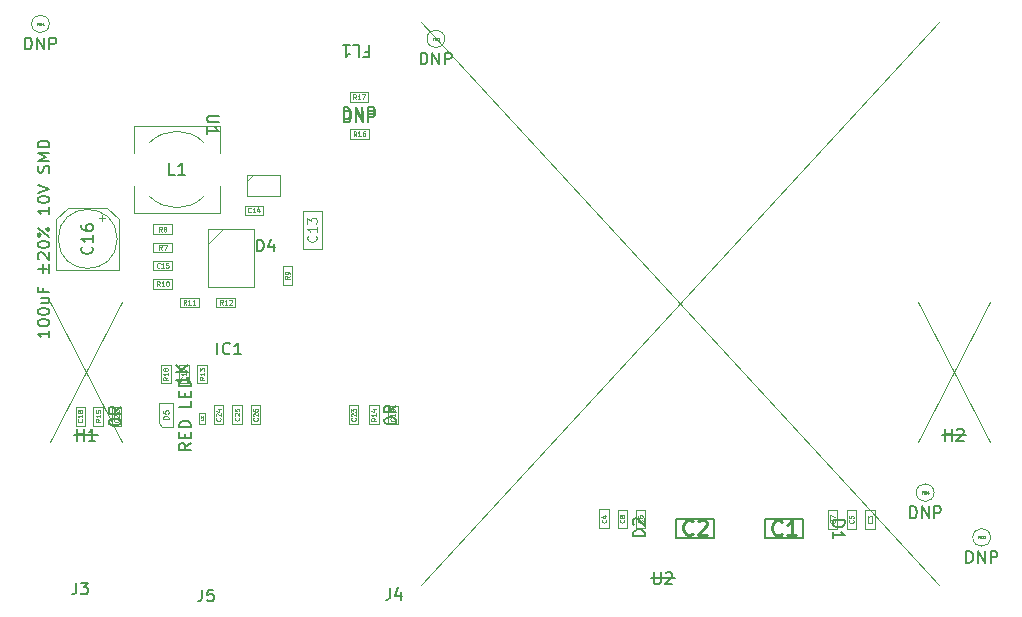
<source format=gbr>
G04 #@! TF.GenerationSoftware,KiCad,Pcbnew,9.0.0*
G04 #@! TF.CreationDate,2025-09-02T13:29:40+03:00*
G04 #@! TF.ProjectId,GSM_SMA_V1.0,47534d5f-534d-4415-9f56-312e302e6b69,rev?*
G04 #@! TF.SameCoordinates,Original*
G04 #@! TF.FileFunction,AssemblyDrawing,Top*
%FSLAX46Y46*%
G04 Gerber Fmt 4.6, Leading zero omitted, Abs format (unit mm)*
G04 Created by KiCad (PCBNEW 9.0.0) date 2025-09-02 13:29:40*
%MOMM*%
%LPD*%
G01*
G04 APERTURE LIST*
%ADD10C,0.060000*%
%ADD11C,0.150000*%
%ADD12C,0.040000*%
%ADD13C,0.120000*%
%ADD14C,0.254000*%
%ADD15C,0.080000*%
%ADD16C,0.100000*%
%ADD17C,0.200000*%
G04 APERTURE END LIST*
D10*
X145093832Y-118941666D02*
X145112880Y-118960714D01*
X145112880Y-118960714D02*
X145131927Y-119017856D01*
X145131927Y-119017856D02*
X145131927Y-119055952D01*
X145131927Y-119055952D02*
X145112880Y-119113095D01*
X145112880Y-119113095D02*
X145074784Y-119151190D01*
X145074784Y-119151190D02*
X145036689Y-119170237D01*
X145036689Y-119170237D02*
X144960499Y-119189285D01*
X144960499Y-119189285D02*
X144903356Y-119189285D01*
X144903356Y-119189285D02*
X144827165Y-119170237D01*
X144827165Y-119170237D02*
X144789070Y-119151190D01*
X144789070Y-119151190D02*
X144750975Y-119113095D01*
X144750975Y-119113095D02*
X144731927Y-119055952D01*
X144731927Y-119055952D02*
X144731927Y-119017856D01*
X144731927Y-119017856D02*
X144750975Y-118960714D01*
X144750975Y-118960714D02*
X144770022Y-118941666D01*
X144731927Y-118579761D02*
X144731927Y-118770237D01*
X144731927Y-118770237D02*
X144922403Y-118789285D01*
X144922403Y-118789285D02*
X144903356Y-118770237D01*
X144903356Y-118770237D02*
X144884308Y-118732142D01*
X144884308Y-118732142D02*
X144884308Y-118636904D01*
X144884308Y-118636904D02*
X144903356Y-118598809D01*
X144903356Y-118598809D02*
X144922403Y-118579761D01*
X144922403Y-118579761D02*
X144960499Y-118560714D01*
X144960499Y-118560714D02*
X145055737Y-118560714D01*
X145055737Y-118560714D02*
X145093832Y-118579761D01*
X145093832Y-118579761D02*
X145112880Y-118598809D01*
X145112880Y-118598809D02*
X145131927Y-118636904D01*
X145131927Y-118636904D02*
X145131927Y-118732142D01*
X145131927Y-118732142D02*
X145112880Y-118770237D01*
X145112880Y-118770237D02*
X145093832Y-118789285D01*
X91503832Y-110287142D02*
X91522880Y-110306190D01*
X91522880Y-110306190D02*
X91541927Y-110363332D01*
X91541927Y-110363332D02*
X91541927Y-110401428D01*
X91541927Y-110401428D02*
X91522880Y-110458571D01*
X91522880Y-110458571D02*
X91484784Y-110496666D01*
X91484784Y-110496666D02*
X91446689Y-110515713D01*
X91446689Y-110515713D02*
X91370499Y-110534761D01*
X91370499Y-110534761D02*
X91313356Y-110534761D01*
X91313356Y-110534761D02*
X91237165Y-110515713D01*
X91237165Y-110515713D02*
X91199070Y-110496666D01*
X91199070Y-110496666D02*
X91160975Y-110458571D01*
X91160975Y-110458571D02*
X91141927Y-110401428D01*
X91141927Y-110401428D02*
X91141927Y-110363332D01*
X91141927Y-110363332D02*
X91160975Y-110306190D01*
X91160975Y-110306190D02*
X91180022Y-110287142D01*
X91180022Y-110134761D02*
X91160975Y-110115713D01*
X91160975Y-110115713D02*
X91141927Y-110077618D01*
X91141927Y-110077618D02*
X91141927Y-109982380D01*
X91141927Y-109982380D02*
X91160975Y-109944285D01*
X91160975Y-109944285D02*
X91180022Y-109925237D01*
X91180022Y-109925237D02*
X91218118Y-109906190D01*
X91218118Y-109906190D02*
X91256213Y-109906190D01*
X91256213Y-109906190D02*
X91313356Y-109925237D01*
X91313356Y-109925237D02*
X91541927Y-110153809D01*
X91541927Y-110153809D02*
X91541927Y-109906190D01*
X91275260Y-109563333D02*
X91541927Y-109563333D01*
X91122880Y-109658571D02*
X91408594Y-109753809D01*
X91408594Y-109753809D02*
X91408594Y-109506190D01*
D11*
X149904286Y-118779319D02*
X149904286Y-117779319D01*
X149904286Y-117779319D02*
X150142381Y-117779319D01*
X150142381Y-117779319D02*
X150285238Y-117826938D01*
X150285238Y-117826938D02*
X150380476Y-117922176D01*
X150380476Y-117922176D02*
X150428095Y-118017414D01*
X150428095Y-118017414D02*
X150475714Y-118207890D01*
X150475714Y-118207890D02*
X150475714Y-118350747D01*
X150475714Y-118350747D02*
X150428095Y-118541223D01*
X150428095Y-118541223D02*
X150380476Y-118636461D01*
X150380476Y-118636461D02*
X150285238Y-118731700D01*
X150285238Y-118731700D02*
X150142381Y-118779319D01*
X150142381Y-118779319D02*
X149904286Y-118779319D01*
X150904286Y-118779319D02*
X150904286Y-117779319D01*
X150904286Y-117779319D02*
X151475714Y-118779319D01*
X151475714Y-118779319D02*
X151475714Y-117779319D01*
X151951905Y-118779319D02*
X151951905Y-117779319D01*
X151951905Y-117779319D02*
X152332857Y-117779319D01*
X152332857Y-117779319D02*
X152428095Y-117826938D01*
X152428095Y-117826938D02*
X152475714Y-117874557D01*
X152475714Y-117874557D02*
X152523333Y-117969795D01*
X152523333Y-117969795D02*
X152523333Y-118112652D01*
X152523333Y-118112652D02*
X152475714Y-118207890D01*
X152475714Y-118207890D02*
X152428095Y-118255509D01*
X152428095Y-118255509D02*
X152332857Y-118303128D01*
X152332857Y-118303128D02*
X151951905Y-118303128D01*
D12*
X150975714Y-116595681D02*
X150909048Y-116595681D01*
X150909048Y-116700443D02*
X150909048Y-116500443D01*
X150909048Y-116500443D02*
X151004286Y-116500443D01*
X151080477Y-116700443D02*
X151080477Y-116500443D01*
X151175715Y-116700443D02*
X151175715Y-116500443D01*
X151175715Y-116500443D02*
X151223334Y-116500443D01*
X151223334Y-116500443D02*
X151251905Y-116509967D01*
X151251905Y-116509967D02*
X151270953Y-116529015D01*
X151270953Y-116529015D02*
X151280476Y-116548062D01*
X151280476Y-116548062D02*
X151290000Y-116586158D01*
X151290000Y-116586158D02*
X151290000Y-116614729D01*
X151290000Y-116614729D02*
X151280476Y-116652824D01*
X151280476Y-116652824D02*
X151270953Y-116671872D01*
X151270953Y-116671872D02*
X151251905Y-116690920D01*
X151251905Y-116690920D02*
X151223334Y-116700443D01*
X151223334Y-116700443D02*
X151175715Y-116700443D01*
X151461429Y-116567110D02*
X151461429Y-116700443D01*
X151413810Y-116490920D02*
X151366191Y-116633777D01*
X151366191Y-116633777D02*
X151490000Y-116633777D01*
D10*
X94102857Y-92843832D02*
X94083809Y-92862880D01*
X94083809Y-92862880D02*
X94026667Y-92881927D01*
X94026667Y-92881927D02*
X93988571Y-92881927D01*
X93988571Y-92881927D02*
X93931428Y-92862880D01*
X93931428Y-92862880D02*
X93893333Y-92824784D01*
X93893333Y-92824784D02*
X93874286Y-92786689D01*
X93874286Y-92786689D02*
X93855238Y-92710499D01*
X93855238Y-92710499D02*
X93855238Y-92653356D01*
X93855238Y-92653356D02*
X93874286Y-92577165D01*
X93874286Y-92577165D02*
X93893333Y-92539070D01*
X93893333Y-92539070D02*
X93931428Y-92500975D01*
X93931428Y-92500975D02*
X93988571Y-92481927D01*
X93988571Y-92481927D02*
X94026667Y-92481927D01*
X94026667Y-92481927D02*
X94083809Y-92500975D01*
X94083809Y-92500975D02*
X94102857Y-92520022D01*
X94483809Y-92881927D02*
X94255238Y-92881927D01*
X94369524Y-92881927D02*
X94369524Y-92481927D01*
X94369524Y-92481927D02*
X94331428Y-92539070D01*
X94331428Y-92539070D02*
X94293333Y-92577165D01*
X94293333Y-92577165D02*
X94255238Y-92596213D01*
X94826666Y-92615260D02*
X94826666Y-92881927D01*
X94731428Y-92462880D02*
X94636190Y-92748594D01*
X94636190Y-92748594D02*
X94883809Y-92748594D01*
X127223832Y-118906666D02*
X127242880Y-118925714D01*
X127242880Y-118925714D02*
X127261927Y-118982856D01*
X127261927Y-118982856D02*
X127261927Y-119020952D01*
X127261927Y-119020952D02*
X127242880Y-119078095D01*
X127242880Y-119078095D02*
X127204784Y-119116190D01*
X127204784Y-119116190D02*
X127166689Y-119135237D01*
X127166689Y-119135237D02*
X127090499Y-119154285D01*
X127090499Y-119154285D02*
X127033356Y-119154285D01*
X127033356Y-119154285D02*
X126957165Y-119135237D01*
X126957165Y-119135237D02*
X126919070Y-119116190D01*
X126919070Y-119116190D02*
X126880975Y-119078095D01*
X126880975Y-119078095D02*
X126861927Y-119020952D01*
X126861927Y-119020952D02*
X126861927Y-118982856D01*
X126861927Y-118982856D02*
X126880975Y-118925714D01*
X126880975Y-118925714D02*
X126900022Y-118906666D01*
X126861927Y-118563809D02*
X126861927Y-118639999D01*
X126861927Y-118639999D02*
X126880975Y-118678095D01*
X126880975Y-118678095D02*
X126900022Y-118697142D01*
X126900022Y-118697142D02*
X126957165Y-118735237D01*
X126957165Y-118735237D02*
X127033356Y-118754285D01*
X127033356Y-118754285D02*
X127185737Y-118754285D01*
X127185737Y-118754285D02*
X127223832Y-118735237D01*
X127223832Y-118735237D02*
X127242880Y-118716190D01*
X127242880Y-118716190D02*
X127261927Y-118678095D01*
X127261927Y-118678095D02*
X127261927Y-118601904D01*
X127261927Y-118601904D02*
X127242880Y-118563809D01*
X127242880Y-118563809D02*
X127223832Y-118544761D01*
X127223832Y-118544761D02*
X127185737Y-118525714D01*
X127185737Y-118525714D02*
X127090499Y-118525714D01*
X127090499Y-118525714D02*
X127052403Y-118544761D01*
X127052403Y-118544761D02*
X127033356Y-118563809D01*
X127033356Y-118563809D02*
X127014308Y-118601904D01*
X127014308Y-118601904D02*
X127014308Y-118678095D01*
X127014308Y-118678095D02*
X127033356Y-118716190D01*
X127033356Y-118716190D02*
X127052403Y-118735237D01*
X127052403Y-118735237D02*
X127090499Y-118754285D01*
D11*
X91385180Y-84679595D02*
X90575657Y-84679595D01*
X90575657Y-84679595D02*
X90480419Y-84727214D01*
X90480419Y-84727214D02*
X90432800Y-84774833D01*
X90432800Y-84774833D02*
X90385180Y-84870071D01*
X90385180Y-84870071D02*
X90385180Y-85060547D01*
X90385180Y-85060547D02*
X90432800Y-85155785D01*
X90432800Y-85155785D02*
X90480419Y-85203404D01*
X90480419Y-85203404D02*
X90575657Y-85251023D01*
X90575657Y-85251023D02*
X91385180Y-85251023D01*
X90385180Y-86251023D02*
X90385180Y-85679595D01*
X90385180Y-85965309D02*
X91385180Y-85965309D01*
X91385180Y-85965309D02*
X91242323Y-85870071D01*
X91242323Y-85870071D02*
X91147085Y-85774833D01*
X91147085Y-85774833D02*
X91099466Y-85679595D01*
D10*
X86372857Y-97533832D02*
X86353809Y-97552880D01*
X86353809Y-97552880D02*
X86296667Y-97571927D01*
X86296667Y-97571927D02*
X86258571Y-97571927D01*
X86258571Y-97571927D02*
X86201428Y-97552880D01*
X86201428Y-97552880D02*
X86163333Y-97514784D01*
X86163333Y-97514784D02*
X86144286Y-97476689D01*
X86144286Y-97476689D02*
X86125238Y-97400499D01*
X86125238Y-97400499D02*
X86125238Y-97343356D01*
X86125238Y-97343356D02*
X86144286Y-97267165D01*
X86144286Y-97267165D02*
X86163333Y-97229070D01*
X86163333Y-97229070D02*
X86201428Y-97190975D01*
X86201428Y-97190975D02*
X86258571Y-97171927D01*
X86258571Y-97171927D02*
X86296667Y-97171927D01*
X86296667Y-97171927D02*
X86353809Y-97190975D01*
X86353809Y-97190975D02*
X86372857Y-97210022D01*
X86753809Y-97571927D02*
X86525238Y-97571927D01*
X86639524Y-97571927D02*
X86639524Y-97171927D01*
X86639524Y-97171927D02*
X86601428Y-97229070D01*
X86601428Y-97229070D02*
X86563333Y-97267165D01*
X86563333Y-97267165D02*
X86525238Y-97286213D01*
X87115714Y-97171927D02*
X86925238Y-97171927D01*
X86925238Y-97171927D02*
X86906190Y-97362403D01*
X86906190Y-97362403D02*
X86925238Y-97343356D01*
X86925238Y-97343356D02*
X86963333Y-97324308D01*
X86963333Y-97324308D02*
X87058571Y-97324308D01*
X87058571Y-97324308D02*
X87096666Y-97343356D01*
X87096666Y-97343356D02*
X87115714Y-97362403D01*
X87115714Y-97362403D02*
X87134761Y-97400499D01*
X87134761Y-97400499D02*
X87134761Y-97495737D01*
X87134761Y-97495737D02*
X87115714Y-97533832D01*
X87115714Y-97533832D02*
X87096666Y-97552880D01*
X87096666Y-97552880D02*
X87058571Y-97571927D01*
X87058571Y-97571927D02*
X86963333Y-97571927D01*
X86963333Y-97571927D02*
X86925238Y-97552880D01*
X86925238Y-97552880D02*
X86906190Y-97533832D01*
X86563333Y-94501927D02*
X86430000Y-94311451D01*
X86334762Y-94501927D02*
X86334762Y-94101927D01*
X86334762Y-94101927D02*
X86487143Y-94101927D01*
X86487143Y-94101927D02*
X86525238Y-94120975D01*
X86525238Y-94120975D02*
X86544285Y-94140022D01*
X86544285Y-94140022D02*
X86563333Y-94178118D01*
X86563333Y-94178118D02*
X86563333Y-94235260D01*
X86563333Y-94235260D02*
X86544285Y-94273356D01*
X86544285Y-94273356D02*
X86525238Y-94292403D01*
X86525238Y-94292403D02*
X86487143Y-94311451D01*
X86487143Y-94311451D02*
X86334762Y-94311451D01*
X86791904Y-94273356D02*
X86753809Y-94254308D01*
X86753809Y-94254308D02*
X86734762Y-94235260D01*
X86734762Y-94235260D02*
X86715714Y-94197165D01*
X86715714Y-94197165D02*
X86715714Y-94178118D01*
X86715714Y-94178118D02*
X86734762Y-94140022D01*
X86734762Y-94140022D02*
X86753809Y-94120975D01*
X86753809Y-94120975D02*
X86791904Y-94101927D01*
X86791904Y-94101927D02*
X86868095Y-94101927D01*
X86868095Y-94101927D02*
X86906190Y-94120975D01*
X86906190Y-94120975D02*
X86925238Y-94140022D01*
X86925238Y-94140022D02*
X86944285Y-94178118D01*
X86944285Y-94178118D02*
X86944285Y-94197165D01*
X86944285Y-94197165D02*
X86925238Y-94235260D01*
X86925238Y-94235260D02*
X86906190Y-94254308D01*
X86906190Y-94254308D02*
X86868095Y-94273356D01*
X86868095Y-94273356D02*
X86791904Y-94273356D01*
X86791904Y-94273356D02*
X86753809Y-94292403D01*
X86753809Y-94292403D02*
X86734762Y-94311451D01*
X86734762Y-94311451D02*
X86715714Y-94349546D01*
X86715714Y-94349546D02*
X86715714Y-94425737D01*
X86715714Y-94425737D02*
X86734762Y-94463832D01*
X86734762Y-94463832D02*
X86753809Y-94482880D01*
X86753809Y-94482880D02*
X86791904Y-94501927D01*
X86791904Y-94501927D02*
X86868095Y-94501927D01*
X86868095Y-94501927D02*
X86906190Y-94482880D01*
X86906190Y-94482880D02*
X86925238Y-94463832D01*
X86925238Y-94463832D02*
X86944285Y-94425737D01*
X86944285Y-94425737D02*
X86944285Y-94349546D01*
X86944285Y-94349546D02*
X86925238Y-94311451D01*
X86925238Y-94311451D02*
X86906190Y-94292403D01*
X86906190Y-94292403D02*
X86868095Y-94273356D01*
D11*
X87653333Y-89704819D02*
X87177143Y-89704819D01*
X87177143Y-89704819D02*
X87177143Y-88704819D01*
X88510476Y-89704819D02*
X87939048Y-89704819D01*
X88224762Y-89704819D02*
X88224762Y-88704819D01*
X88224762Y-88704819D02*
X88129524Y-88847676D01*
X88129524Y-88847676D02*
X88034286Y-88942914D01*
X88034286Y-88942914D02*
X87939048Y-88990533D01*
X105394819Y-110577618D02*
X105394819Y-110482380D01*
X105394819Y-110482380D02*
X105442438Y-110387142D01*
X105442438Y-110387142D02*
X105490057Y-110339523D01*
X105490057Y-110339523D02*
X105585295Y-110291904D01*
X105585295Y-110291904D02*
X105775771Y-110244285D01*
X105775771Y-110244285D02*
X106013866Y-110244285D01*
X106013866Y-110244285D02*
X106204342Y-110291904D01*
X106204342Y-110291904D02*
X106299580Y-110339523D01*
X106299580Y-110339523D02*
X106347200Y-110387142D01*
X106347200Y-110387142D02*
X106394819Y-110482380D01*
X106394819Y-110482380D02*
X106394819Y-110577618D01*
X106394819Y-110577618D02*
X106347200Y-110672856D01*
X106347200Y-110672856D02*
X106299580Y-110720475D01*
X106299580Y-110720475D02*
X106204342Y-110768094D01*
X106204342Y-110768094D02*
X106013866Y-110815713D01*
X106013866Y-110815713D02*
X105775771Y-110815713D01*
X105775771Y-110815713D02*
X105585295Y-110768094D01*
X105585295Y-110768094D02*
X105490057Y-110720475D01*
X105490057Y-110720475D02*
X105442438Y-110672856D01*
X105442438Y-110672856D02*
X105394819Y-110577618D01*
X106394819Y-109244285D02*
X105918628Y-109577618D01*
X106394819Y-109815713D02*
X105394819Y-109815713D01*
X105394819Y-109815713D02*
X105394819Y-109434761D01*
X105394819Y-109434761D02*
X105442438Y-109339523D01*
X105442438Y-109339523D02*
X105490057Y-109291904D01*
X105490057Y-109291904D02*
X105585295Y-109244285D01*
X105585295Y-109244285D02*
X105728152Y-109244285D01*
X105728152Y-109244285D02*
X105823390Y-109291904D01*
X105823390Y-109291904D02*
X105871009Y-109339523D01*
X105871009Y-109339523D02*
X105918628Y-109434761D01*
X105918628Y-109434761D02*
X105918628Y-109815713D01*
D10*
X104691927Y-110287142D02*
X104501451Y-110420475D01*
X104691927Y-110515713D02*
X104291927Y-110515713D01*
X104291927Y-110515713D02*
X104291927Y-110363332D01*
X104291927Y-110363332D02*
X104310975Y-110325237D01*
X104310975Y-110325237D02*
X104330022Y-110306190D01*
X104330022Y-110306190D02*
X104368118Y-110287142D01*
X104368118Y-110287142D02*
X104425260Y-110287142D01*
X104425260Y-110287142D02*
X104463356Y-110306190D01*
X104463356Y-110306190D02*
X104482403Y-110325237D01*
X104482403Y-110325237D02*
X104501451Y-110363332D01*
X104501451Y-110363332D02*
X104501451Y-110515713D01*
X104691927Y-109906190D02*
X104691927Y-110134761D01*
X104691927Y-110020475D02*
X104291927Y-110020475D01*
X104291927Y-110020475D02*
X104349070Y-110058571D01*
X104349070Y-110058571D02*
X104387165Y-110096666D01*
X104387165Y-110096666D02*
X104406213Y-110134761D01*
X104425260Y-109563333D02*
X104691927Y-109563333D01*
X104272880Y-109658571D02*
X104558594Y-109753809D01*
X104558594Y-109753809D02*
X104558594Y-109506190D01*
D11*
X94601905Y-96184819D02*
X94601905Y-95184819D01*
X94601905Y-95184819D02*
X94840000Y-95184819D01*
X94840000Y-95184819D02*
X94982857Y-95232438D01*
X94982857Y-95232438D02*
X95078095Y-95327676D01*
X95078095Y-95327676D02*
X95125714Y-95422914D01*
X95125714Y-95422914D02*
X95173333Y-95613390D01*
X95173333Y-95613390D02*
X95173333Y-95756247D01*
X95173333Y-95756247D02*
X95125714Y-95946723D01*
X95125714Y-95946723D02*
X95078095Y-96041961D01*
X95078095Y-96041961D02*
X94982857Y-96137200D01*
X94982857Y-96137200D02*
X94840000Y-96184819D01*
X94840000Y-96184819D02*
X94601905Y-96184819D01*
X96030476Y-95518152D02*
X96030476Y-96184819D01*
X95792381Y-95137200D02*
X95554286Y-95851485D01*
X95554286Y-95851485D02*
X96173333Y-95851485D01*
X143365180Y-118966905D02*
X144365180Y-118966905D01*
X144365180Y-118966905D02*
X144365180Y-119205000D01*
X144365180Y-119205000D02*
X144317561Y-119347857D01*
X144317561Y-119347857D02*
X144222323Y-119443095D01*
X144222323Y-119443095D02*
X144127085Y-119490714D01*
X144127085Y-119490714D02*
X143936609Y-119538333D01*
X143936609Y-119538333D02*
X143793752Y-119538333D01*
X143793752Y-119538333D02*
X143603276Y-119490714D01*
X143603276Y-119490714D02*
X143508038Y-119443095D01*
X143508038Y-119443095D02*
X143412800Y-119347857D01*
X143412800Y-119347857D02*
X143365180Y-119205000D01*
X143365180Y-119205000D02*
X143365180Y-118966905D01*
X143365180Y-120490714D02*
X143365180Y-119919286D01*
X143365180Y-120205000D02*
X144365180Y-120205000D01*
X144365180Y-120205000D02*
X144222323Y-120109762D01*
X144222323Y-120109762D02*
X144127085Y-120014524D01*
X144127085Y-120014524D02*
X144079466Y-119919286D01*
D10*
X106273832Y-110297142D02*
X106292880Y-110316190D01*
X106292880Y-110316190D02*
X106311927Y-110373332D01*
X106311927Y-110373332D02*
X106311927Y-110411428D01*
X106311927Y-110411428D02*
X106292880Y-110468571D01*
X106292880Y-110468571D02*
X106254784Y-110506666D01*
X106254784Y-110506666D02*
X106216689Y-110525713D01*
X106216689Y-110525713D02*
X106140499Y-110544761D01*
X106140499Y-110544761D02*
X106083356Y-110544761D01*
X106083356Y-110544761D02*
X106007165Y-110525713D01*
X106007165Y-110525713D02*
X105969070Y-110506666D01*
X105969070Y-110506666D02*
X105930975Y-110468571D01*
X105930975Y-110468571D02*
X105911927Y-110411428D01*
X105911927Y-110411428D02*
X105911927Y-110373332D01*
X105911927Y-110373332D02*
X105930975Y-110316190D01*
X105930975Y-110316190D02*
X105950022Y-110297142D01*
X106311927Y-109916190D02*
X106311927Y-110144761D01*
X106311927Y-110030475D02*
X105911927Y-110030475D01*
X105911927Y-110030475D02*
X105969070Y-110068571D01*
X105969070Y-110068571D02*
X106007165Y-110106666D01*
X106007165Y-110106666D02*
X106026213Y-110144761D01*
X106311927Y-109725714D02*
X106311927Y-109649523D01*
X106311927Y-109649523D02*
X106292880Y-109611428D01*
X106292880Y-109611428D02*
X106273832Y-109592380D01*
X106273832Y-109592380D02*
X106216689Y-109554285D01*
X106216689Y-109554285D02*
X106140499Y-109535238D01*
X106140499Y-109535238D02*
X105988118Y-109535238D01*
X105988118Y-109535238D02*
X105950022Y-109554285D01*
X105950022Y-109554285D02*
X105930975Y-109573333D01*
X105930975Y-109573333D02*
X105911927Y-109611428D01*
X105911927Y-109611428D02*
X105911927Y-109687619D01*
X105911927Y-109687619D02*
X105930975Y-109725714D01*
X105930975Y-109725714D02*
X105950022Y-109744761D01*
X105950022Y-109744761D02*
X105988118Y-109763809D01*
X105988118Y-109763809D02*
X106083356Y-109763809D01*
X106083356Y-109763809D02*
X106121451Y-109744761D01*
X106121451Y-109744761D02*
X106140499Y-109725714D01*
X106140499Y-109725714D02*
X106159546Y-109687619D01*
X106159546Y-109687619D02*
X106159546Y-109611428D01*
X106159546Y-109611428D02*
X106140499Y-109573333D01*
X106140499Y-109573333D02*
X106121451Y-109554285D01*
X106121451Y-109554285D02*
X106083356Y-109535238D01*
D11*
X74994286Y-79089319D02*
X74994286Y-78089319D01*
X74994286Y-78089319D02*
X75232381Y-78089319D01*
X75232381Y-78089319D02*
X75375238Y-78136938D01*
X75375238Y-78136938D02*
X75470476Y-78232176D01*
X75470476Y-78232176D02*
X75518095Y-78327414D01*
X75518095Y-78327414D02*
X75565714Y-78517890D01*
X75565714Y-78517890D02*
X75565714Y-78660747D01*
X75565714Y-78660747D02*
X75518095Y-78851223D01*
X75518095Y-78851223D02*
X75470476Y-78946461D01*
X75470476Y-78946461D02*
X75375238Y-79041700D01*
X75375238Y-79041700D02*
X75232381Y-79089319D01*
X75232381Y-79089319D02*
X74994286Y-79089319D01*
X75994286Y-79089319D02*
X75994286Y-78089319D01*
X75994286Y-78089319D02*
X76565714Y-79089319D01*
X76565714Y-79089319D02*
X76565714Y-78089319D01*
X77041905Y-79089319D02*
X77041905Y-78089319D01*
X77041905Y-78089319D02*
X77422857Y-78089319D01*
X77422857Y-78089319D02*
X77518095Y-78136938D01*
X77518095Y-78136938D02*
X77565714Y-78184557D01*
X77565714Y-78184557D02*
X77613333Y-78279795D01*
X77613333Y-78279795D02*
X77613333Y-78422652D01*
X77613333Y-78422652D02*
X77565714Y-78517890D01*
X77565714Y-78517890D02*
X77518095Y-78565509D01*
X77518095Y-78565509D02*
X77422857Y-78613128D01*
X77422857Y-78613128D02*
X77041905Y-78613128D01*
D12*
X76065714Y-76905681D02*
X75999048Y-76905681D01*
X75999048Y-77010443D02*
X75999048Y-76810443D01*
X75999048Y-76810443D02*
X76094286Y-76810443D01*
X76170477Y-77010443D02*
X76170477Y-76810443D01*
X76265715Y-77010443D02*
X76265715Y-76810443D01*
X76265715Y-76810443D02*
X76313334Y-76810443D01*
X76313334Y-76810443D02*
X76341905Y-76819967D01*
X76341905Y-76819967D02*
X76360953Y-76839015D01*
X76360953Y-76839015D02*
X76370476Y-76858062D01*
X76370476Y-76858062D02*
X76380000Y-76896158D01*
X76380000Y-76896158D02*
X76380000Y-76924729D01*
X76380000Y-76924729D02*
X76370476Y-76962824D01*
X76370476Y-76962824D02*
X76360953Y-76981872D01*
X76360953Y-76981872D02*
X76341905Y-77000920D01*
X76341905Y-77000920D02*
X76313334Y-77010443D01*
X76313334Y-77010443D02*
X76265715Y-77010443D01*
X76570476Y-77010443D02*
X76456191Y-77010443D01*
X76513334Y-77010443D02*
X76513334Y-76810443D01*
X76513334Y-76810443D02*
X76494286Y-76839015D01*
X76494286Y-76839015D02*
X76475238Y-76858062D01*
X76475238Y-76858062D02*
X76456191Y-76867586D01*
D11*
X103738548Y-79269045D02*
X104071881Y-79269045D01*
X104071881Y-78745235D02*
X104071881Y-79745235D01*
X104071881Y-79745235D02*
X103595691Y-79745235D01*
X102738548Y-78745235D02*
X103214738Y-78745235D01*
X103214738Y-78745235D02*
X103214738Y-79745235D01*
X101881405Y-78745235D02*
X102452833Y-78745235D01*
X102167119Y-78745235D02*
X102167119Y-79745235D01*
X102167119Y-79745235D02*
X102262357Y-79602378D01*
X102262357Y-79602378D02*
X102357595Y-79507140D01*
X102357595Y-79507140D02*
X102452833Y-79459521D01*
X82064819Y-110677618D02*
X82064819Y-110582380D01*
X82064819Y-110582380D02*
X82112438Y-110487142D01*
X82112438Y-110487142D02*
X82160057Y-110439523D01*
X82160057Y-110439523D02*
X82255295Y-110391904D01*
X82255295Y-110391904D02*
X82445771Y-110344285D01*
X82445771Y-110344285D02*
X82683866Y-110344285D01*
X82683866Y-110344285D02*
X82874342Y-110391904D01*
X82874342Y-110391904D02*
X82969580Y-110439523D01*
X82969580Y-110439523D02*
X83017200Y-110487142D01*
X83017200Y-110487142D02*
X83064819Y-110582380D01*
X83064819Y-110582380D02*
X83064819Y-110677618D01*
X83064819Y-110677618D02*
X83017200Y-110772856D01*
X83017200Y-110772856D02*
X82969580Y-110820475D01*
X82969580Y-110820475D02*
X82874342Y-110868094D01*
X82874342Y-110868094D02*
X82683866Y-110915713D01*
X82683866Y-110915713D02*
X82445771Y-110915713D01*
X82445771Y-110915713D02*
X82255295Y-110868094D01*
X82255295Y-110868094D02*
X82160057Y-110820475D01*
X82160057Y-110820475D02*
X82112438Y-110772856D01*
X82112438Y-110772856D02*
X82064819Y-110677618D01*
X83064819Y-109344285D02*
X82588628Y-109677618D01*
X83064819Y-109915713D02*
X82064819Y-109915713D01*
X82064819Y-109915713D02*
X82064819Y-109534761D01*
X82064819Y-109534761D02*
X82112438Y-109439523D01*
X82112438Y-109439523D02*
X82160057Y-109391904D01*
X82160057Y-109391904D02*
X82255295Y-109344285D01*
X82255295Y-109344285D02*
X82398152Y-109344285D01*
X82398152Y-109344285D02*
X82493390Y-109391904D01*
X82493390Y-109391904D02*
X82541009Y-109439523D01*
X82541009Y-109439523D02*
X82588628Y-109534761D01*
X82588628Y-109534761D02*
X82588628Y-109915713D01*
D10*
X81361927Y-110387142D02*
X81171451Y-110520475D01*
X81361927Y-110615713D02*
X80961927Y-110615713D01*
X80961927Y-110615713D02*
X80961927Y-110463332D01*
X80961927Y-110463332D02*
X80980975Y-110425237D01*
X80980975Y-110425237D02*
X81000022Y-110406190D01*
X81000022Y-110406190D02*
X81038118Y-110387142D01*
X81038118Y-110387142D02*
X81095260Y-110387142D01*
X81095260Y-110387142D02*
X81133356Y-110406190D01*
X81133356Y-110406190D02*
X81152403Y-110425237D01*
X81152403Y-110425237D02*
X81171451Y-110463332D01*
X81171451Y-110463332D02*
X81171451Y-110615713D01*
X81361927Y-110006190D02*
X81361927Y-110234761D01*
X81361927Y-110120475D02*
X80961927Y-110120475D01*
X80961927Y-110120475D02*
X81019070Y-110158571D01*
X81019070Y-110158571D02*
X81057165Y-110196666D01*
X81057165Y-110196666D02*
X81076213Y-110234761D01*
X80961927Y-109644285D02*
X80961927Y-109834761D01*
X80961927Y-109834761D02*
X81152403Y-109853809D01*
X81152403Y-109853809D02*
X81133356Y-109834761D01*
X81133356Y-109834761D02*
X81114308Y-109796666D01*
X81114308Y-109796666D02*
X81114308Y-109701428D01*
X81114308Y-109701428D02*
X81133356Y-109663333D01*
X81133356Y-109663333D02*
X81152403Y-109644285D01*
X81152403Y-109644285D02*
X81190499Y-109625238D01*
X81190499Y-109625238D02*
X81285737Y-109625238D01*
X81285737Y-109625238D02*
X81323832Y-109644285D01*
X81323832Y-109644285D02*
X81342880Y-109663333D01*
X81342880Y-109663333D02*
X81361927Y-109701428D01*
X81361927Y-109701428D02*
X81361927Y-109796666D01*
X81361927Y-109796666D02*
X81342880Y-109834761D01*
X81342880Y-109834761D02*
X81323832Y-109853809D01*
X125683832Y-118906666D02*
X125702880Y-118925714D01*
X125702880Y-118925714D02*
X125721927Y-118982856D01*
X125721927Y-118982856D02*
X125721927Y-119020952D01*
X125721927Y-119020952D02*
X125702880Y-119078095D01*
X125702880Y-119078095D02*
X125664784Y-119116190D01*
X125664784Y-119116190D02*
X125626689Y-119135237D01*
X125626689Y-119135237D02*
X125550499Y-119154285D01*
X125550499Y-119154285D02*
X125493356Y-119154285D01*
X125493356Y-119154285D02*
X125417165Y-119135237D01*
X125417165Y-119135237D02*
X125379070Y-119116190D01*
X125379070Y-119116190D02*
X125340975Y-119078095D01*
X125340975Y-119078095D02*
X125321927Y-119020952D01*
X125321927Y-119020952D02*
X125321927Y-118982856D01*
X125321927Y-118982856D02*
X125340975Y-118925714D01*
X125340975Y-118925714D02*
X125360022Y-118906666D01*
X125493356Y-118678095D02*
X125474308Y-118716190D01*
X125474308Y-118716190D02*
X125455260Y-118735237D01*
X125455260Y-118735237D02*
X125417165Y-118754285D01*
X125417165Y-118754285D02*
X125398118Y-118754285D01*
X125398118Y-118754285D02*
X125360022Y-118735237D01*
X125360022Y-118735237D02*
X125340975Y-118716190D01*
X125340975Y-118716190D02*
X125321927Y-118678095D01*
X125321927Y-118678095D02*
X125321927Y-118601904D01*
X125321927Y-118601904D02*
X125340975Y-118563809D01*
X125340975Y-118563809D02*
X125360022Y-118544761D01*
X125360022Y-118544761D02*
X125398118Y-118525714D01*
X125398118Y-118525714D02*
X125417165Y-118525714D01*
X125417165Y-118525714D02*
X125455260Y-118544761D01*
X125455260Y-118544761D02*
X125474308Y-118563809D01*
X125474308Y-118563809D02*
X125493356Y-118601904D01*
X125493356Y-118601904D02*
X125493356Y-118678095D01*
X125493356Y-118678095D02*
X125512403Y-118716190D01*
X125512403Y-118716190D02*
X125531451Y-118735237D01*
X125531451Y-118735237D02*
X125569546Y-118754285D01*
X125569546Y-118754285D02*
X125645737Y-118754285D01*
X125645737Y-118754285D02*
X125683832Y-118735237D01*
X125683832Y-118735237D02*
X125702880Y-118716190D01*
X125702880Y-118716190D02*
X125721927Y-118678095D01*
X125721927Y-118678095D02*
X125721927Y-118601904D01*
X125721927Y-118601904D02*
X125702880Y-118563809D01*
X125702880Y-118563809D02*
X125683832Y-118544761D01*
X125683832Y-118544761D02*
X125645737Y-118525714D01*
X125645737Y-118525714D02*
X125569546Y-118525714D01*
X125569546Y-118525714D02*
X125531451Y-118544761D01*
X125531451Y-118544761D02*
X125512403Y-118563809D01*
X125512403Y-118563809D02*
X125493356Y-118601904D01*
D11*
X154684286Y-122569319D02*
X154684286Y-121569319D01*
X154684286Y-121569319D02*
X154922381Y-121569319D01*
X154922381Y-121569319D02*
X155065238Y-121616938D01*
X155065238Y-121616938D02*
X155160476Y-121712176D01*
X155160476Y-121712176D02*
X155208095Y-121807414D01*
X155208095Y-121807414D02*
X155255714Y-121997890D01*
X155255714Y-121997890D02*
X155255714Y-122140747D01*
X155255714Y-122140747D02*
X155208095Y-122331223D01*
X155208095Y-122331223D02*
X155160476Y-122426461D01*
X155160476Y-122426461D02*
X155065238Y-122521700D01*
X155065238Y-122521700D02*
X154922381Y-122569319D01*
X154922381Y-122569319D02*
X154684286Y-122569319D01*
X155684286Y-122569319D02*
X155684286Y-121569319D01*
X155684286Y-121569319D02*
X156255714Y-122569319D01*
X156255714Y-122569319D02*
X156255714Y-121569319D01*
X156731905Y-122569319D02*
X156731905Y-121569319D01*
X156731905Y-121569319D02*
X157112857Y-121569319D01*
X157112857Y-121569319D02*
X157208095Y-121616938D01*
X157208095Y-121616938D02*
X157255714Y-121664557D01*
X157255714Y-121664557D02*
X157303333Y-121759795D01*
X157303333Y-121759795D02*
X157303333Y-121902652D01*
X157303333Y-121902652D02*
X157255714Y-121997890D01*
X157255714Y-121997890D02*
X157208095Y-122045509D01*
X157208095Y-122045509D02*
X157112857Y-122093128D01*
X157112857Y-122093128D02*
X156731905Y-122093128D01*
D12*
X155755714Y-120385681D02*
X155689048Y-120385681D01*
X155689048Y-120490443D02*
X155689048Y-120290443D01*
X155689048Y-120290443D02*
X155784286Y-120290443D01*
X155860477Y-120490443D02*
X155860477Y-120290443D01*
X155955715Y-120490443D02*
X155955715Y-120290443D01*
X155955715Y-120290443D02*
X156003334Y-120290443D01*
X156003334Y-120290443D02*
X156031905Y-120299967D01*
X156031905Y-120299967D02*
X156050953Y-120319015D01*
X156050953Y-120319015D02*
X156060476Y-120338062D01*
X156060476Y-120338062D02*
X156070000Y-120376158D01*
X156070000Y-120376158D02*
X156070000Y-120404729D01*
X156070000Y-120404729D02*
X156060476Y-120442824D01*
X156060476Y-120442824D02*
X156050953Y-120461872D01*
X156050953Y-120461872D02*
X156031905Y-120480920D01*
X156031905Y-120480920D02*
X156003334Y-120490443D01*
X156003334Y-120490443D02*
X155955715Y-120490443D01*
X156146191Y-120309491D02*
X156155715Y-120299967D01*
X156155715Y-120299967D02*
X156174762Y-120290443D01*
X156174762Y-120290443D02*
X156222381Y-120290443D01*
X156222381Y-120290443D02*
X156241429Y-120299967D01*
X156241429Y-120299967D02*
X156250953Y-120309491D01*
X156250953Y-120309491D02*
X156260476Y-120328539D01*
X156260476Y-120328539D02*
X156260476Y-120347586D01*
X156260476Y-120347586D02*
X156250953Y-120376158D01*
X156250953Y-120376158D02*
X156136667Y-120490443D01*
X156136667Y-120490443D02*
X156260476Y-120490443D01*
D11*
X79368095Y-112204819D02*
X79368095Y-111204819D01*
X79368095Y-111681009D02*
X79939523Y-111681009D01*
X79939523Y-112204819D02*
X79939523Y-111204819D01*
X80939523Y-112204819D02*
X80368095Y-112204819D01*
X80653809Y-112204819D02*
X80653809Y-111204819D01*
X80653809Y-111204819D02*
X80558571Y-111347676D01*
X80558571Y-111347676D02*
X80463333Y-111442914D01*
X80463333Y-111442914D02*
X80368095Y-111490533D01*
X79143095Y-111705532D02*
X81158814Y-111705532D01*
X105886666Y-124664819D02*
X105886666Y-125379104D01*
X105886666Y-125379104D02*
X105839047Y-125521961D01*
X105839047Y-125521961D02*
X105743809Y-125617200D01*
X105743809Y-125617200D02*
X105600952Y-125664819D01*
X105600952Y-125664819D02*
X105505714Y-125664819D01*
X106791428Y-124998152D02*
X106791428Y-125664819D01*
X106553333Y-124617200D02*
X106315238Y-125331485D01*
X106315238Y-125331485D02*
X106934285Y-125331485D01*
D10*
X94653832Y-110287142D02*
X94672880Y-110306190D01*
X94672880Y-110306190D02*
X94691927Y-110363332D01*
X94691927Y-110363332D02*
X94691927Y-110401428D01*
X94691927Y-110401428D02*
X94672880Y-110458571D01*
X94672880Y-110458571D02*
X94634784Y-110496666D01*
X94634784Y-110496666D02*
X94596689Y-110515713D01*
X94596689Y-110515713D02*
X94520499Y-110534761D01*
X94520499Y-110534761D02*
X94463356Y-110534761D01*
X94463356Y-110534761D02*
X94387165Y-110515713D01*
X94387165Y-110515713D02*
X94349070Y-110496666D01*
X94349070Y-110496666D02*
X94310975Y-110458571D01*
X94310975Y-110458571D02*
X94291927Y-110401428D01*
X94291927Y-110401428D02*
X94291927Y-110363332D01*
X94291927Y-110363332D02*
X94310975Y-110306190D01*
X94310975Y-110306190D02*
X94330022Y-110287142D01*
X94330022Y-110134761D02*
X94310975Y-110115713D01*
X94310975Y-110115713D02*
X94291927Y-110077618D01*
X94291927Y-110077618D02*
X94291927Y-109982380D01*
X94291927Y-109982380D02*
X94310975Y-109944285D01*
X94310975Y-109944285D02*
X94330022Y-109925237D01*
X94330022Y-109925237D02*
X94368118Y-109906190D01*
X94368118Y-109906190D02*
X94406213Y-109906190D01*
X94406213Y-109906190D02*
X94463356Y-109925237D01*
X94463356Y-109925237D02*
X94691927Y-110153809D01*
X94691927Y-110153809D02*
X94691927Y-109906190D01*
X94291927Y-109563333D02*
X94291927Y-109639523D01*
X94291927Y-109639523D02*
X94310975Y-109677619D01*
X94310975Y-109677619D02*
X94330022Y-109696666D01*
X94330022Y-109696666D02*
X94387165Y-109734761D01*
X94387165Y-109734761D02*
X94463356Y-109753809D01*
X94463356Y-109753809D02*
X94615737Y-109753809D01*
X94615737Y-109753809D02*
X94653832Y-109734761D01*
X94653832Y-109734761D02*
X94672880Y-109715714D01*
X94672880Y-109715714D02*
X94691927Y-109677619D01*
X94691927Y-109677619D02*
X94691927Y-109601428D01*
X94691927Y-109601428D02*
X94672880Y-109563333D01*
X94672880Y-109563333D02*
X94653832Y-109544285D01*
X94653832Y-109544285D02*
X94615737Y-109525238D01*
X94615737Y-109525238D02*
X94520499Y-109525238D01*
X94520499Y-109525238D02*
X94482403Y-109544285D01*
X94482403Y-109544285D02*
X94463356Y-109563333D01*
X94463356Y-109563333D02*
X94444308Y-109601428D01*
X94444308Y-109601428D02*
X94444308Y-109677619D01*
X94444308Y-109677619D02*
X94463356Y-109715714D01*
X94463356Y-109715714D02*
X94482403Y-109734761D01*
X94482403Y-109734761D02*
X94520499Y-109753809D01*
D11*
X127444819Y-120298094D02*
X126444819Y-120298094D01*
X126444819Y-120298094D02*
X126444819Y-120059999D01*
X126444819Y-120059999D02*
X126492438Y-119917142D01*
X126492438Y-119917142D02*
X126587676Y-119821904D01*
X126587676Y-119821904D02*
X126682914Y-119774285D01*
X126682914Y-119774285D02*
X126873390Y-119726666D01*
X126873390Y-119726666D02*
X127016247Y-119726666D01*
X127016247Y-119726666D02*
X127206723Y-119774285D01*
X127206723Y-119774285D02*
X127301961Y-119821904D01*
X127301961Y-119821904D02*
X127397200Y-119917142D01*
X127397200Y-119917142D02*
X127444819Y-120059999D01*
X127444819Y-120059999D02*
X127444819Y-120298094D01*
X126540057Y-119345713D02*
X126492438Y-119298094D01*
X126492438Y-119298094D02*
X126444819Y-119202856D01*
X126444819Y-119202856D02*
X126444819Y-118964761D01*
X126444819Y-118964761D02*
X126492438Y-118869523D01*
X126492438Y-118869523D02*
X126540057Y-118821904D01*
X126540057Y-118821904D02*
X126635295Y-118774285D01*
X126635295Y-118774285D02*
X126730533Y-118774285D01*
X126730533Y-118774285D02*
X126873390Y-118821904D01*
X126873390Y-118821904D02*
X127444819Y-119393332D01*
X127444819Y-119393332D02*
X127444819Y-118774285D01*
X108474286Y-80359319D02*
X108474286Y-79359319D01*
X108474286Y-79359319D02*
X108712381Y-79359319D01*
X108712381Y-79359319D02*
X108855238Y-79406938D01*
X108855238Y-79406938D02*
X108950476Y-79502176D01*
X108950476Y-79502176D02*
X108998095Y-79597414D01*
X108998095Y-79597414D02*
X109045714Y-79787890D01*
X109045714Y-79787890D02*
X109045714Y-79930747D01*
X109045714Y-79930747D02*
X108998095Y-80121223D01*
X108998095Y-80121223D02*
X108950476Y-80216461D01*
X108950476Y-80216461D02*
X108855238Y-80311700D01*
X108855238Y-80311700D02*
X108712381Y-80359319D01*
X108712381Y-80359319D02*
X108474286Y-80359319D01*
X109474286Y-80359319D02*
X109474286Y-79359319D01*
X109474286Y-79359319D02*
X110045714Y-80359319D01*
X110045714Y-80359319D02*
X110045714Y-79359319D01*
X110521905Y-80359319D02*
X110521905Y-79359319D01*
X110521905Y-79359319D02*
X110902857Y-79359319D01*
X110902857Y-79359319D02*
X110998095Y-79406938D01*
X110998095Y-79406938D02*
X111045714Y-79454557D01*
X111045714Y-79454557D02*
X111093333Y-79549795D01*
X111093333Y-79549795D02*
X111093333Y-79692652D01*
X111093333Y-79692652D02*
X111045714Y-79787890D01*
X111045714Y-79787890D02*
X110998095Y-79835509D01*
X110998095Y-79835509D02*
X110902857Y-79883128D01*
X110902857Y-79883128D02*
X110521905Y-79883128D01*
D12*
X109545714Y-78175681D02*
X109479048Y-78175681D01*
X109479048Y-78280443D02*
X109479048Y-78080443D01*
X109479048Y-78080443D02*
X109574286Y-78080443D01*
X109650477Y-78280443D02*
X109650477Y-78080443D01*
X109745715Y-78280443D02*
X109745715Y-78080443D01*
X109745715Y-78080443D02*
X109793334Y-78080443D01*
X109793334Y-78080443D02*
X109821905Y-78089967D01*
X109821905Y-78089967D02*
X109840953Y-78109015D01*
X109840953Y-78109015D02*
X109850476Y-78128062D01*
X109850476Y-78128062D02*
X109860000Y-78166158D01*
X109860000Y-78166158D02*
X109860000Y-78194729D01*
X109860000Y-78194729D02*
X109850476Y-78232824D01*
X109850476Y-78232824D02*
X109840953Y-78251872D01*
X109840953Y-78251872D02*
X109821905Y-78270920D01*
X109821905Y-78270920D02*
X109793334Y-78280443D01*
X109793334Y-78280443D02*
X109745715Y-78280443D01*
X109926667Y-78080443D02*
X110050476Y-78080443D01*
X110050476Y-78080443D02*
X109983810Y-78156634D01*
X109983810Y-78156634D02*
X110012381Y-78156634D01*
X110012381Y-78156634D02*
X110031429Y-78166158D01*
X110031429Y-78166158D02*
X110040953Y-78175681D01*
X110040953Y-78175681D02*
X110050476Y-78194729D01*
X110050476Y-78194729D02*
X110050476Y-78242348D01*
X110050476Y-78242348D02*
X110040953Y-78261396D01*
X110040953Y-78261396D02*
X110031429Y-78270920D01*
X110031429Y-78270920D02*
X110012381Y-78280443D01*
X110012381Y-78280443D02*
X109955238Y-78280443D01*
X109955238Y-78280443D02*
X109936191Y-78270920D01*
X109936191Y-78270920D02*
X109926667Y-78261396D01*
D10*
X124153832Y-118901666D02*
X124172880Y-118920714D01*
X124172880Y-118920714D02*
X124191927Y-118977856D01*
X124191927Y-118977856D02*
X124191927Y-119015952D01*
X124191927Y-119015952D02*
X124172880Y-119073095D01*
X124172880Y-119073095D02*
X124134784Y-119111190D01*
X124134784Y-119111190D02*
X124096689Y-119130237D01*
X124096689Y-119130237D02*
X124020499Y-119149285D01*
X124020499Y-119149285D02*
X123963356Y-119149285D01*
X123963356Y-119149285D02*
X123887165Y-119130237D01*
X123887165Y-119130237D02*
X123849070Y-119111190D01*
X123849070Y-119111190D02*
X123810975Y-119073095D01*
X123810975Y-119073095D02*
X123791927Y-119015952D01*
X123791927Y-119015952D02*
X123791927Y-118977856D01*
X123791927Y-118977856D02*
X123810975Y-118920714D01*
X123810975Y-118920714D02*
X123830022Y-118901666D01*
X123925260Y-118558809D02*
X124191927Y-118558809D01*
X123772880Y-118654047D02*
X124058594Y-118749285D01*
X124058594Y-118749285D02*
X124058594Y-118501666D01*
X79793832Y-110397142D02*
X79812880Y-110416190D01*
X79812880Y-110416190D02*
X79831927Y-110473332D01*
X79831927Y-110473332D02*
X79831927Y-110511428D01*
X79831927Y-110511428D02*
X79812880Y-110568571D01*
X79812880Y-110568571D02*
X79774784Y-110606666D01*
X79774784Y-110606666D02*
X79736689Y-110625713D01*
X79736689Y-110625713D02*
X79660499Y-110644761D01*
X79660499Y-110644761D02*
X79603356Y-110644761D01*
X79603356Y-110644761D02*
X79527165Y-110625713D01*
X79527165Y-110625713D02*
X79489070Y-110606666D01*
X79489070Y-110606666D02*
X79450975Y-110568571D01*
X79450975Y-110568571D02*
X79431927Y-110511428D01*
X79431927Y-110511428D02*
X79431927Y-110473332D01*
X79431927Y-110473332D02*
X79450975Y-110416190D01*
X79450975Y-110416190D02*
X79470022Y-110397142D01*
X79831927Y-110016190D02*
X79831927Y-110244761D01*
X79831927Y-110130475D02*
X79431927Y-110130475D01*
X79431927Y-110130475D02*
X79489070Y-110168571D01*
X79489070Y-110168571D02*
X79527165Y-110206666D01*
X79527165Y-110206666D02*
X79546213Y-110244761D01*
X79603356Y-109787619D02*
X79584308Y-109825714D01*
X79584308Y-109825714D02*
X79565260Y-109844761D01*
X79565260Y-109844761D02*
X79527165Y-109863809D01*
X79527165Y-109863809D02*
X79508118Y-109863809D01*
X79508118Y-109863809D02*
X79470022Y-109844761D01*
X79470022Y-109844761D02*
X79450975Y-109825714D01*
X79450975Y-109825714D02*
X79431927Y-109787619D01*
X79431927Y-109787619D02*
X79431927Y-109711428D01*
X79431927Y-109711428D02*
X79450975Y-109673333D01*
X79450975Y-109673333D02*
X79470022Y-109654285D01*
X79470022Y-109654285D02*
X79508118Y-109635238D01*
X79508118Y-109635238D02*
X79527165Y-109635238D01*
X79527165Y-109635238D02*
X79565260Y-109654285D01*
X79565260Y-109654285D02*
X79584308Y-109673333D01*
X79584308Y-109673333D02*
X79603356Y-109711428D01*
X79603356Y-109711428D02*
X79603356Y-109787619D01*
X79603356Y-109787619D02*
X79622403Y-109825714D01*
X79622403Y-109825714D02*
X79641451Y-109844761D01*
X79641451Y-109844761D02*
X79679546Y-109863809D01*
X79679546Y-109863809D02*
X79755737Y-109863809D01*
X79755737Y-109863809D02*
X79793832Y-109844761D01*
X79793832Y-109844761D02*
X79812880Y-109825714D01*
X79812880Y-109825714D02*
X79831927Y-109787619D01*
X79831927Y-109787619D02*
X79831927Y-109711428D01*
X79831927Y-109711428D02*
X79812880Y-109673333D01*
X79812880Y-109673333D02*
X79793832Y-109654285D01*
X79793832Y-109654285D02*
X79755737Y-109635238D01*
X79755737Y-109635238D02*
X79679546Y-109635238D01*
X79679546Y-109635238D02*
X79641451Y-109654285D01*
X79641451Y-109654285D02*
X79622403Y-109673333D01*
X79622403Y-109673333D02*
X79603356Y-109711428D01*
D13*
X99597664Y-94864285D02*
X99635760Y-94902381D01*
X99635760Y-94902381D02*
X99673855Y-95016666D01*
X99673855Y-95016666D02*
X99673855Y-95092857D01*
X99673855Y-95092857D02*
X99635760Y-95207143D01*
X99635760Y-95207143D02*
X99559569Y-95283333D01*
X99559569Y-95283333D02*
X99483379Y-95321428D01*
X99483379Y-95321428D02*
X99330998Y-95359524D01*
X99330998Y-95359524D02*
X99216712Y-95359524D01*
X99216712Y-95359524D02*
X99064331Y-95321428D01*
X99064331Y-95321428D02*
X98988140Y-95283333D01*
X98988140Y-95283333D02*
X98911950Y-95207143D01*
X98911950Y-95207143D02*
X98873855Y-95092857D01*
X98873855Y-95092857D02*
X98873855Y-95016666D01*
X98873855Y-95016666D02*
X98911950Y-94902381D01*
X98911950Y-94902381D02*
X98950045Y-94864285D01*
X99673855Y-94102381D02*
X99673855Y-94559524D01*
X99673855Y-94330952D02*
X98873855Y-94330952D01*
X98873855Y-94330952D02*
X98988140Y-94407143D01*
X98988140Y-94407143D02*
X99064331Y-94483333D01*
X99064331Y-94483333D02*
X99102426Y-94559524D01*
X98873855Y-93835714D02*
X98873855Y-93340476D01*
X98873855Y-93340476D02*
X99178617Y-93607142D01*
X99178617Y-93607142D02*
X99178617Y-93492857D01*
X99178617Y-93492857D02*
X99216712Y-93416666D01*
X99216712Y-93416666D02*
X99254807Y-93378571D01*
X99254807Y-93378571D02*
X99330998Y-93340476D01*
X99330998Y-93340476D02*
X99521474Y-93340476D01*
X99521474Y-93340476D02*
X99597664Y-93378571D01*
X99597664Y-93378571D02*
X99635760Y-93416666D01*
X99635760Y-93416666D02*
X99673855Y-93492857D01*
X99673855Y-93492857D02*
X99673855Y-93721428D01*
X99673855Y-93721428D02*
X99635760Y-93797619D01*
X99635760Y-93797619D02*
X99597664Y-93835714D01*
D10*
X93083832Y-110267142D02*
X93102880Y-110286190D01*
X93102880Y-110286190D02*
X93121927Y-110343332D01*
X93121927Y-110343332D02*
X93121927Y-110381428D01*
X93121927Y-110381428D02*
X93102880Y-110438571D01*
X93102880Y-110438571D02*
X93064784Y-110476666D01*
X93064784Y-110476666D02*
X93026689Y-110495713D01*
X93026689Y-110495713D02*
X92950499Y-110514761D01*
X92950499Y-110514761D02*
X92893356Y-110514761D01*
X92893356Y-110514761D02*
X92817165Y-110495713D01*
X92817165Y-110495713D02*
X92779070Y-110476666D01*
X92779070Y-110476666D02*
X92740975Y-110438571D01*
X92740975Y-110438571D02*
X92721927Y-110381428D01*
X92721927Y-110381428D02*
X92721927Y-110343332D01*
X92721927Y-110343332D02*
X92740975Y-110286190D01*
X92740975Y-110286190D02*
X92760022Y-110267142D01*
X92760022Y-110114761D02*
X92740975Y-110095713D01*
X92740975Y-110095713D02*
X92721927Y-110057618D01*
X92721927Y-110057618D02*
X92721927Y-109962380D01*
X92721927Y-109962380D02*
X92740975Y-109924285D01*
X92740975Y-109924285D02*
X92760022Y-109905237D01*
X92760022Y-109905237D02*
X92798118Y-109886190D01*
X92798118Y-109886190D02*
X92836213Y-109886190D01*
X92836213Y-109886190D02*
X92893356Y-109905237D01*
X92893356Y-109905237D02*
X93121927Y-110133809D01*
X93121927Y-110133809D02*
X93121927Y-109886190D01*
X92721927Y-109524285D02*
X92721927Y-109714761D01*
X92721927Y-109714761D02*
X92912403Y-109733809D01*
X92912403Y-109733809D02*
X92893356Y-109714761D01*
X92893356Y-109714761D02*
X92874308Y-109676666D01*
X92874308Y-109676666D02*
X92874308Y-109581428D01*
X92874308Y-109581428D02*
X92893356Y-109543333D01*
X92893356Y-109543333D02*
X92912403Y-109524285D01*
X92912403Y-109524285D02*
X92950499Y-109505238D01*
X92950499Y-109505238D02*
X93045737Y-109505238D01*
X93045737Y-109505238D02*
X93083832Y-109524285D01*
X93083832Y-109524285D02*
X93102880Y-109543333D01*
X93102880Y-109543333D02*
X93121927Y-109581428D01*
X93121927Y-109581428D02*
X93121927Y-109676666D01*
X93121927Y-109676666D02*
X93102880Y-109714761D01*
X93102880Y-109714761D02*
X93083832Y-109733809D01*
D14*
X131508333Y-120073365D02*
X131447857Y-120133842D01*
X131447857Y-120133842D02*
X131266428Y-120194318D01*
X131266428Y-120194318D02*
X131145476Y-120194318D01*
X131145476Y-120194318D02*
X130964047Y-120133842D01*
X130964047Y-120133842D02*
X130843095Y-120012889D01*
X130843095Y-120012889D02*
X130782618Y-119891937D01*
X130782618Y-119891937D02*
X130722142Y-119650032D01*
X130722142Y-119650032D02*
X130722142Y-119468603D01*
X130722142Y-119468603D02*
X130782618Y-119226699D01*
X130782618Y-119226699D02*
X130843095Y-119105746D01*
X130843095Y-119105746D02*
X130964047Y-118984794D01*
X130964047Y-118984794D02*
X131145476Y-118924318D01*
X131145476Y-118924318D02*
X131266428Y-118924318D01*
X131266428Y-118924318D02*
X131447857Y-118984794D01*
X131447857Y-118984794D02*
X131508333Y-119045270D01*
X131992142Y-119045270D02*
X132052618Y-118984794D01*
X132052618Y-118984794D02*
X132173571Y-118924318D01*
X132173571Y-118924318D02*
X132475952Y-118924318D01*
X132475952Y-118924318D02*
X132596904Y-118984794D01*
X132596904Y-118984794D02*
X132657380Y-119045270D01*
X132657380Y-119045270D02*
X132717857Y-119166222D01*
X132717857Y-119166222D02*
X132717857Y-119287175D01*
X132717857Y-119287175D02*
X132657380Y-119468603D01*
X132657380Y-119468603D02*
X131931666Y-120194318D01*
X131931666Y-120194318D02*
X132717857Y-120194318D01*
D10*
X143503832Y-118941666D02*
X143522880Y-118960714D01*
X143522880Y-118960714D02*
X143541927Y-119017856D01*
X143541927Y-119017856D02*
X143541927Y-119055952D01*
X143541927Y-119055952D02*
X143522880Y-119113095D01*
X143522880Y-119113095D02*
X143484784Y-119151190D01*
X143484784Y-119151190D02*
X143446689Y-119170237D01*
X143446689Y-119170237D02*
X143370499Y-119189285D01*
X143370499Y-119189285D02*
X143313356Y-119189285D01*
X143313356Y-119189285D02*
X143237165Y-119170237D01*
X143237165Y-119170237D02*
X143199070Y-119151190D01*
X143199070Y-119151190D02*
X143160975Y-119113095D01*
X143160975Y-119113095D02*
X143141927Y-119055952D01*
X143141927Y-119055952D02*
X143141927Y-119017856D01*
X143141927Y-119017856D02*
X143160975Y-118960714D01*
X143160975Y-118960714D02*
X143180022Y-118941666D01*
X143141927Y-118808333D02*
X143141927Y-118541666D01*
X143141927Y-118541666D02*
X143541927Y-118713095D01*
X88622857Y-100691927D02*
X88489524Y-100501451D01*
X88394286Y-100691927D02*
X88394286Y-100291927D01*
X88394286Y-100291927D02*
X88546667Y-100291927D01*
X88546667Y-100291927D02*
X88584762Y-100310975D01*
X88584762Y-100310975D02*
X88603809Y-100330022D01*
X88603809Y-100330022D02*
X88622857Y-100368118D01*
X88622857Y-100368118D02*
X88622857Y-100425260D01*
X88622857Y-100425260D02*
X88603809Y-100463356D01*
X88603809Y-100463356D02*
X88584762Y-100482403D01*
X88584762Y-100482403D02*
X88546667Y-100501451D01*
X88546667Y-100501451D02*
X88394286Y-100501451D01*
X89003809Y-100691927D02*
X88775238Y-100691927D01*
X88889524Y-100691927D02*
X88889524Y-100291927D01*
X88889524Y-100291927D02*
X88851428Y-100349070D01*
X88851428Y-100349070D02*
X88813333Y-100387165D01*
X88813333Y-100387165D02*
X88775238Y-100406213D01*
X89384761Y-100691927D02*
X89156190Y-100691927D01*
X89270476Y-100691927D02*
X89270476Y-100291927D01*
X89270476Y-100291927D02*
X89232380Y-100349070D01*
X89232380Y-100349070D02*
X89194285Y-100387165D01*
X89194285Y-100387165D02*
X89156190Y-100406213D01*
D11*
X77034819Y-102891905D02*
X77034819Y-103463333D01*
X77034819Y-103177619D02*
X76034819Y-103177619D01*
X76034819Y-103177619D02*
X76177676Y-103272857D01*
X76177676Y-103272857D02*
X76272914Y-103368095D01*
X76272914Y-103368095D02*
X76320533Y-103463333D01*
X76034819Y-102272857D02*
X76034819Y-102177619D01*
X76034819Y-102177619D02*
X76082438Y-102082381D01*
X76082438Y-102082381D02*
X76130057Y-102034762D01*
X76130057Y-102034762D02*
X76225295Y-101987143D01*
X76225295Y-101987143D02*
X76415771Y-101939524D01*
X76415771Y-101939524D02*
X76653866Y-101939524D01*
X76653866Y-101939524D02*
X76844342Y-101987143D01*
X76844342Y-101987143D02*
X76939580Y-102034762D01*
X76939580Y-102034762D02*
X76987200Y-102082381D01*
X76987200Y-102082381D02*
X77034819Y-102177619D01*
X77034819Y-102177619D02*
X77034819Y-102272857D01*
X77034819Y-102272857D02*
X76987200Y-102368095D01*
X76987200Y-102368095D02*
X76939580Y-102415714D01*
X76939580Y-102415714D02*
X76844342Y-102463333D01*
X76844342Y-102463333D02*
X76653866Y-102510952D01*
X76653866Y-102510952D02*
X76415771Y-102510952D01*
X76415771Y-102510952D02*
X76225295Y-102463333D01*
X76225295Y-102463333D02*
X76130057Y-102415714D01*
X76130057Y-102415714D02*
X76082438Y-102368095D01*
X76082438Y-102368095D02*
X76034819Y-102272857D01*
X76034819Y-101320476D02*
X76034819Y-101225238D01*
X76034819Y-101225238D02*
X76082438Y-101130000D01*
X76082438Y-101130000D02*
X76130057Y-101082381D01*
X76130057Y-101082381D02*
X76225295Y-101034762D01*
X76225295Y-101034762D02*
X76415771Y-100987143D01*
X76415771Y-100987143D02*
X76653866Y-100987143D01*
X76653866Y-100987143D02*
X76844342Y-101034762D01*
X76844342Y-101034762D02*
X76939580Y-101082381D01*
X76939580Y-101082381D02*
X76987200Y-101130000D01*
X76987200Y-101130000D02*
X77034819Y-101225238D01*
X77034819Y-101225238D02*
X77034819Y-101320476D01*
X77034819Y-101320476D02*
X76987200Y-101415714D01*
X76987200Y-101415714D02*
X76939580Y-101463333D01*
X76939580Y-101463333D02*
X76844342Y-101510952D01*
X76844342Y-101510952D02*
X76653866Y-101558571D01*
X76653866Y-101558571D02*
X76415771Y-101558571D01*
X76415771Y-101558571D02*
X76225295Y-101510952D01*
X76225295Y-101510952D02*
X76130057Y-101463333D01*
X76130057Y-101463333D02*
X76082438Y-101415714D01*
X76082438Y-101415714D02*
X76034819Y-101320476D01*
X76368152Y-100130000D02*
X77034819Y-100130000D01*
X76368152Y-100558571D02*
X76891961Y-100558571D01*
X76891961Y-100558571D02*
X76987200Y-100510952D01*
X76987200Y-100510952D02*
X77034819Y-100415714D01*
X77034819Y-100415714D02*
X77034819Y-100272857D01*
X77034819Y-100272857D02*
X76987200Y-100177619D01*
X76987200Y-100177619D02*
X76939580Y-100130000D01*
X76511009Y-99320476D02*
X76511009Y-99653809D01*
X77034819Y-99653809D02*
X76034819Y-99653809D01*
X76034819Y-99653809D02*
X76034819Y-99177619D01*
X76463390Y-98034761D02*
X76463390Y-97272857D01*
X76844342Y-97653809D02*
X76082438Y-97653809D01*
X77034819Y-97272857D02*
X77034819Y-98034761D01*
X76130057Y-96844285D02*
X76082438Y-96796666D01*
X76082438Y-96796666D02*
X76034819Y-96701428D01*
X76034819Y-96701428D02*
X76034819Y-96463333D01*
X76034819Y-96463333D02*
X76082438Y-96368095D01*
X76082438Y-96368095D02*
X76130057Y-96320476D01*
X76130057Y-96320476D02*
X76225295Y-96272857D01*
X76225295Y-96272857D02*
X76320533Y-96272857D01*
X76320533Y-96272857D02*
X76463390Y-96320476D01*
X76463390Y-96320476D02*
X77034819Y-96891904D01*
X77034819Y-96891904D02*
X77034819Y-96272857D01*
X76034819Y-95653809D02*
X76034819Y-95558571D01*
X76034819Y-95558571D02*
X76082438Y-95463333D01*
X76082438Y-95463333D02*
X76130057Y-95415714D01*
X76130057Y-95415714D02*
X76225295Y-95368095D01*
X76225295Y-95368095D02*
X76415771Y-95320476D01*
X76415771Y-95320476D02*
X76653866Y-95320476D01*
X76653866Y-95320476D02*
X76844342Y-95368095D01*
X76844342Y-95368095D02*
X76939580Y-95415714D01*
X76939580Y-95415714D02*
X76987200Y-95463333D01*
X76987200Y-95463333D02*
X77034819Y-95558571D01*
X77034819Y-95558571D02*
X77034819Y-95653809D01*
X77034819Y-95653809D02*
X76987200Y-95749047D01*
X76987200Y-95749047D02*
X76939580Y-95796666D01*
X76939580Y-95796666D02*
X76844342Y-95844285D01*
X76844342Y-95844285D02*
X76653866Y-95891904D01*
X76653866Y-95891904D02*
X76415771Y-95891904D01*
X76415771Y-95891904D02*
X76225295Y-95844285D01*
X76225295Y-95844285D02*
X76130057Y-95796666D01*
X76130057Y-95796666D02*
X76082438Y-95749047D01*
X76082438Y-95749047D02*
X76034819Y-95653809D01*
X77034819Y-94939523D02*
X76034819Y-94177619D01*
X76034819Y-94796666D02*
X76082438Y-94701428D01*
X76082438Y-94701428D02*
X76177676Y-94653809D01*
X76177676Y-94653809D02*
X76272914Y-94701428D01*
X76272914Y-94701428D02*
X76320533Y-94796666D01*
X76320533Y-94796666D02*
X76272914Y-94891904D01*
X76272914Y-94891904D02*
X76177676Y-94939523D01*
X76177676Y-94939523D02*
X76082438Y-94891904D01*
X76082438Y-94891904D02*
X76034819Y-94796666D01*
X76987200Y-94225238D02*
X76891961Y-94177619D01*
X76891961Y-94177619D02*
X76796723Y-94225238D01*
X76796723Y-94225238D02*
X76749104Y-94320476D01*
X76749104Y-94320476D02*
X76796723Y-94415714D01*
X76796723Y-94415714D02*
X76891961Y-94463333D01*
X76891961Y-94463333D02*
X76987200Y-94415714D01*
X76987200Y-94415714D02*
X77034819Y-94320476D01*
X77034819Y-94320476D02*
X76987200Y-94225238D01*
X77034819Y-92463333D02*
X77034819Y-93034761D01*
X77034819Y-92749047D02*
X76034819Y-92749047D01*
X76034819Y-92749047D02*
X76177676Y-92844285D01*
X76177676Y-92844285D02*
X76272914Y-92939523D01*
X76272914Y-92939523D02*
X76320533Y-93034761D01*
X76034819Y-91844285D02*
X76034819Y-91749047D01*
X76034819Y-91749047D02*
X76082438Y-91653809D01*
X76082438Y-91653809D02*
X76130057Y-91606190D01*
X76130057Y-91606190D02*
X76225295Y-91558571D01*
X76225295Y-91558571D02*
X76415771Y-91510952D01*
X76415771Y-91510952D02*
X76653866Y-91510952D01*
X76653866Y-91510952D02*
X76844342Y-91558571D01*
X76844342Y-91558571D02*
X76939580Y-91606190D01*
X76939580Y-91606190D02*
X76987200Y-91653809D01*
X76987200Y-91653809D02*
X77034819Y-91749047D01*
X77034819Y-91749047D02*
X77034819Y-91844285D01*
X77034819Y-91844285D02*
X76987200Y-91939523D01*
X76987200Y-91939523D02*
X76939580Y-91987142D01*
X76939580Y-91987142D02*
X76844342Y-92034761D01*
X76844342Y-92034761D02*
X76653866Y-92082380D01*
X76653866Y-92082380D02*
X76415771Y-92082380D01*
X76415771Y-92082380D02*
X76225295Y-92034761D01*
X76225295Y-92034761D02*
X76130057Y-91987142D01*
X76130057Y-91987142D02*
X76082438Y-91939523D01*
X76082438Y-91939523D02*
X76034819Y-91844285D01*
X76034819Y-91225237D02*
X77034819Y-90891904D01*
X77034819Y-90891904D02*
X76034819Y-90558571D01*
X76987200Y-89510951D02*
X77034819Y-89368094D01*
X77034819Y-89368094D02*
X77034819Y-89129999D01*
X77034819Y-89129999D02*
X76987200Y-89034761D01*
X76987200Y-89034761D02*
X76939580Y-88987142D01*
X76939580Y-88987142D02*
X76844342Y-88939523D01*
X76844342Y-88939523D02*
X76749104Y-88939523D01*
X76749104Y-88939523D02*
X76653866Y-88987142D01*
X76653866Y-88987142D02*
X76606247Y-89034761D01*
X76606247Y-89034761D02*
X76558628Y-89129999D01*
X76558628Y-89129999D02*
X76511009Y-89320475D01*
X76511009Y-89320475D02*
X76463390Y-89415713D01*
X76463390Y-89415713D02*
X76415771Y-89463332D01*
X76415771Y-89463332D02*
X76320533Y-89510951D01*
X76320533Y-89510951D02*
X76225295Y-89510951D01*
X76225295Y-89510951D02*
X76130057Y-89463332D01*
X76130057Y-89463332D02*
X76082438Y-89415713D01*
X76082438Y-89415713D02*
X76034819Y-89320475D01*
X76034819Y-89320475D02*
X76034819Y-89082380D01*
X76034819Y-89082380D02*
X76082438Y-88939523D01*
X77034819Y-88510951D02*
X76034819Y-88510951D01*
X76034819Y-88510951D02*
X76749104Y-88177618D01*
X76749104Y-88177618D02*
X76034819Y-87844285D01*
X76034819Y-87844285D02*
X77034819Y-87844285D01*
X77034819Y-87368094D02*
X76034819Y-87368094D01*
X76034819Y-87368094D02*
X76034819Y-87129999D01*
X76034819Y-87129999D02*
X76082438Y-86987142D01*
X76082438Y-86987142D02*
X76177676Y-86891904D01*
X76177676Y-86891904D02*
X76272914Y-86844285D01*
X76272914Y-86844285D02*
X76463390Y-86796666D01*
X76463390Y-86796666D02*
X76606247Y-86796666D01*
X76606247Y-86796666D02*
X76796723Y-86844285D01*
X76796723Y-86844285D02*
X76891961Y-86891904D01*
X76891961Y-86891904D02*
X76987200Y-86987142D01*
X76987200Y-86987142D02*
X77034819Y-87129999D01*
X77034819Y-87129999D02*
X77034819Y-87368094D01*
X80639580Y-95772857D02*
X80687200Y-95820476D01*
X80687200Y-95820476D02*
X80734819Y-95963333D01*
X80734819Y-95963333D02*
X80734819Y-96058571D01*
X80734819Y-96058571D02*
X80687200Y-96201428D01*
X80687200Y-96201428D02*
X80591961Y-96296666D01*
X80591961Y-96296666D02*
X80496723Y-96344285D01*
X80496723Y-96344285D02*
X80306247Y-96391904D01*
X80306247Y-96391904D02*
X80163390Y-96391904D01*
X80163390Y-96391904D02*
X79972914Y-96344285D01*
X79972914Y-96344285D02*
X79877676Y-96296666D01*
X79877676Y-96296666D02*
X79782438Y-96201428D01*
X79782438Y-96201428D02*
X79734819Y-96058571D01*
X79734819Y-96058571D02*
X79734819Y-95963333D01*
X79734819Y-95963333D02*
X79782438Y-95820476D01*
X79782438Y-95820476D02*
X79830057Y-95772857D01*
X80734819Y-94820476D02*
X80734819Y-95391904D01*
X80734819Y-95106190D02*
X79734819Y-95106190D01*
X79734819Y-95106190D02*
X79877676Y-95201428D01*
X79877676Y-95201428D02*
X79972914Y-95296666D01*
X79972914Y-95296666D02*
X80020533Y-95391904D01*
X79734819Y-93963333D02*
X79734819Y-94153809D01*
X79734819Y-94153809D02*
X79782438Y-94249047D01*
X79782438Y-94249047D02*
X79830057Y-94296666D01*
X79830057Y-94296666D02*
X79972914Y-94391904D01*
X79972914Y-94391904D02*
X80163390Y-94439523D01*
X80163390Y-94439523D02*
X80544342Y-94439523D01*
X80544342Y-94439523D02*
X80639580Y-94391904D01*
X80639580Y-94391904D02*
X80687200Y-94344285D01*
X80687200Y-94344285D02*
X80734819Y-94249047D01*
X80734819Y-94249047D02*
X80734819Y-94058571D01*
X80734819Y-94058571D02*
X80687200Y-93963333D01*
X80687200Y-93963333D02*
X80639580Y-93915714D01*
X80639580Y-93915714D02*
X80544342Y-93868095D01*
X80544342Y-93868095D02*
X80306247Y-93868095D01*
X80306247Y-93868095D02*
X80211009Y-93915714D01*
X80211009Y-93915714D02*
X80163390Y-93963333D01*
X80163390Y-93963333D02*
X80115771Y-94058571D01*
X80115771Y-94058571D02*
X80115771Y-94249047D01*
X80115771Y-94249047D02*
X80163390Y-94344285D01*
X80163390Y-94344285D02*
X80211009Y-94391904D01*
X80211009Y-94391904D02*
X80306247Y-94439523D01*
X152868095Y-112204819D02*
X152868095Y-111204819D01*
X152868095Y-111681009D02*
X153439523Y-111681009D01*
X153439523Y-112204819D02*
X153439523Y-111204819D01*
X153868095Y-111300057D02*
X153915714Y-111252438D01*
X153915714Y-111252438D02*
X154010952Y-111204819D01*
X154010952Y-111204819D02*
X154249047Y-111204819D01*
X154249047Y-111204819D02*
X154344285Y-111252438D01*
X154344285Y-111252438D02*
X154391904Y-111300057D01*
X154391904Y-111300057D02*
X154439523Y-111395295D01*
X154439523Y-111395295D02*
X154439523Y-111490533D01*
X154439523Y-111490533D02*
X154391904Y-111633390D01*
X154391904Y-111633390D02*
X153820476Y-112204819D01*
X153820476Y-112204819D02*
X154439523Y-112204819D01*
X152643095Y-111704819D02*
X154664523Y-111704819D01*
X128208095Y-123354819D02*
X128208095Y-124164342D01*
X128208095Y-124164342D02*
X128255714Y-124259580D01*
X128255714Y-124259580D02*
X128303333Y-124307200D01*
X128303333Y-124307200D02*
X128398571Y-124354819D01*
X128398571Y-124354819D02*
X128589047Y-124354819D01*
X128589047Y-124354819D02*
X128684285Y-124307200D01*
X128684285Y-124307200D02*
X128731904Y-124259580D01*
X128731904Y-124259580D02*
X128779523Y-124164342D01*
X128779523Y-124164342D02*
X128779523Y-123354819D01*
X129208095Y-123450057D02*
X129255714Y-123402438D01*
X129255714Y-123402438D02*
X129350952Y-123354819D01*
X129350952Y-123354819D02*
X129589047Y-123354819D01*
X129589047Y-123354819D02*
X129684285Y-123402438D01*
X129684285Y-123402438D02*
X129731904Y-123450057D01*
X129731904Y-123450057D02*
X129779523Y-123545295D01*
X129779523Y-123545295D02*
X129779523Y-123640533D01*
X129779523Y-123640533D02*
X129731904Y-123783390D01*
X129731904Y-123783390D02*
X129160476Y-124354819D01*
X129160476Y-124354819D02*
X129779523Y-124354819D01*
X127983095Y-123854819D02*
X130004523Y-123854819D01*
D10*
X82883832Y-110402142D02*
X82902880Y-110421190D01*
X82902880Y-110421190D02*
X82921927Y-110478332D01*
X82921927Y-110478332D02*
X82921927Y-110516428D01*
X82921927Y-110516428D02*
X82902880Y-110573571D01*
X82902880Y-110573571D02*
X82864784Y-110611666D01*
X82864784Y-110611666D02*
X82826689Y-110630713D01*
X82826689Y-110630713D02*
X82750499Y-110649761D01*
X82750499Y-110649761D02*
X82693356Y-110649761D01*
X82693356Y-110649761D02*
X82617165Y-110630713D01*
X82617165Y-110630713D02*
X82579070Y-110611666D01*
X82579070Y-110611666D02*
X82540975Y-110573571D01*
X82540975Y-110573571D02*
X82521927Y-110516428D01*
X82521927Y-110516428D02*
X82521927Y-110478332D01*
X82521927Y-110478332D02*
X82540975Y-110421190D01*
X82540975Y-110421190D02*
X82560022Y-110402142D01*
X82560022Y-110249761D02*
X82540975Y-110230713D01*
X82540975Y-110230713D02*
X82521927Y-110192618D01*
X82521927Y-110192618D02*
X82521927Y-110097380D01*
X82521927Y-110097380D02*
X82540975Y-110059285D01*
X82540975Y-110059285D02*
X82560022Y-110040237D01*
X82560022Y-110040237D02*
X82598118Y-110021190D01*
X82598118Y-110021190D02*
X82636213Y-110021190D01*
X82636213Y-110021190D02*
X82693356Y-110040237D01*
X82693356Y-110040237D02*
X82921927Y-110268809D01*
X82921927Y-110268809D02*
X82921927Y-110021190D01*
X82560022Y-109868809D02*
X82540975Y-109849761D01*
X82540975Y-109849761D02*
X82521927Y-109811666D01*
X82521927Y-109811666D02*
X82521927Y-109716428D01*
X82521927Y-109716428D02*
X82540975Y-109678333D01*
X82540975Y-109678333D02*
X82560022Y-109659285D01*
X82560022Y-109659285D02*
X82598118Y-109640238D01*
X82598118Y-109640238D02*
X82636213Y-109640238D01*
X82636213Y-109640238D02*
X82693356Y-109659285D01*
X82693356Y-109659285D02*
X82921927Y-109887857D01*
X82921927Y-109887857D02*
X82921927Y-109640238D01*
X86382857Y-99131927D02*
X86249524Y-98941451D01*
X86154286Y-99131927D02*
X86154286Y-98731927D01*
X86154286Y-98731927D02*
X86306667Y-98731927D01*
X86306667Y-98731927D02*
X86344762Y-98750975D01*
X86344762Y-98750975D02*
X86363809Y-98770022D01*
X86363809Y-98770022D02*
X86382857Y-98808118D01*
X86382857Y-98808118D02*
X86382857Y-98865260D01*
X86382857Y-98865260D02*
X86363809Y-98903356D01*
X86363809Y-98903356D02*
X86344762Y-98922403D01*
X86344762Y-98922403D02*
X86306667Y-98941451D01*
X86306667Y-98941451D02*
X86154286Y-98941451D01*
X86763809Y-99131927D02*
X86535238Y-99131927D01*
X86649524Y-99131927D02*
X86649524Y-98731927D01*
X86649524Y-98731927D02*
X86611428Y-98789070D01*
X86611428Y-98789070D02*
X86573333Y-98827165D01*
X86573333Y-98827165D02*
X86535238Y-98846213D01*
X87011428Y-98731927D02*
X87049523Y-98731927D01*
X87049523Y-98731927D02*
X87087619Y-98750975D01*
X87087619Y-98750975D02*
X87106666Y-98770022D01*
X87106666Y-98770022D02*
X87125714Y-98808118D01*
X87125714Y-98808118D02*
X87144761Y-98884308D01*
X87144761Y-98884308D02*
X87144761Y-98979546D01*
X87144761Y-98979546D02*
X87125714Y-99055737D01*
X87125714Y-99055737D02*
X87106666Y-99093832D01*
X87106666Y-99093832D02*
X87087619Y-99112880D01*
X87087619Y-99112880D02*
X87049523Y-99131927D01*
X87049523Y-99131927D02*
X87011428Y-99131927D01*
X87011428Y-99131927D02*
X86973333Y-99112880D01*
X86973333Y-99112880D02*
X86954285Y-99093832D01*
X86954285Y-99093832D02*
X86935238Y-99055737D01*
X86935238Y-99055737D02*
X86916190Y-98979546D01*
X86916190Y-98979546D02*
X86916190Y-98884308D01*
X86916190Y-98884308D02*
X86935238Y-98808118D01*
X86935238Y-98808118D02*
X86954285Y-98770022D01*
X86954285Y-98770022D02*
X86973333Y-98750975D01*
X86973333Y-98750975D02*
X87011428Y-98731927D01*
D11*
X101968219Y-84994492D02*
X101968219Y-83994492D01*
X101968219Y-83994492D02*
X102206314Y-83994492D01*
X102206314Y-83994492D02*
X102349171Y-84042111D01*
X102349171Y-84042111D02*
X102444409Y-84137349D01*
X102444409Y-84137349D02*
X102492028Y-84232587D01*
X102492028Y-84232587D02*
X102539647Y-84423063D01*
X102539647Y-84423063D02*
X102539647Y-84565920D01*
X102539647Y-84565920D02*
X102492028Y-84756396D01*
X102492028Y-84756396D02*
X102444409Y-84851634D01*
X102444409Y-84851634D02*
X102349171Y-84946873D01*
X102349171Y-84946873D02*
X102206314Y-84994492D01*
X102206314Y-84994492D02*
X101968219Y-84994492D01*
X102968219Y-84994492D02*
X102968219Y-83994492D01*
X102968219Y-83994492D02*
X103539647Y-84994492D01*
X103539647Y-84994492D02*
X103539647Y-83994492D01*
X104015838Y-84994492D02*
X104015838Y-83994492D01*
X104015838Y-83994492D02*
X104396790Y-83994492D01*
X104396790Y-83994492D02*
X104492028Y-84042111D01*
X104492028Y-84042111D02*
X104539647Y-84089730D01*
X104539647Y-84089730D02*
X104587266Y-84184968D01*
X104587266Y-84184968D02*
X104587266Y-84327825D01*
X104587266Y-84327825D02*
X104539647Y-84423063D01*
X104539647Y-84423063D02*
X104492028Y-84470682D01*
X104492028Y-84470682D02*
X104396790Y-84518301D01*
X104396790Y-84518301D02*
X104015838Y-84518301D01*
D10*
X102996790Y-83291600D02*
X102863457Y-83101124D01*
X102768219Y-83291600D02*
X102768219Y-82891600D01*
X102768219Y-82891600D02*
X102920600Y-82891600D01*
X102920600Y-82891600D02*
X102958695Y-82910648D01*
X102958695Y-82910648D02*
X102977742Y-82929695D01*
X102977742Y-82929695D02*
X102996790Y-82967791D01*
X102996790Y-82967791D02*
X102996790Y-83024933D01*
X102996790Y-83024933D02*
X102977742Y-83063029D01*
X102977742Y-83063029D02*
X102958695Y-83082076D01*
X102958695Y-83082076D02*
X102920600Y-83101124D01*
X102920600Y-83101124D02*
X102768219Y-83101124D01*
X103377742Y-83291600D02*
X103149171Y-83291600D01*
X103263457Y-83291600D02*
X103263457Y-82891600D01*
X103263457Y-82891600D02*
X103225361Y-82948743D01*
X103225361Y-82948743D02*
X103187266Y-82986838D01*
X103187266Y-82986838D02*
X103149171Y-83005886D01*
X103511075Y-82891600D02*
X103777742Y-82891600D01*
X103777742Y-82891600D02*
X103606313Y-83291600D01*
X86563333Y-96031927D02*
X86430000Y-95841451D01*
X86334762Y-96031927D02*
X86334762Y-95631927D01*
X86334762Y-95631927D02*
X86487143Y-95631927D01*
X86487143Y-95631927D02*
X86525238Y-95650975D01*
X86525238Y-95650975D02*
X86544285Y-95670022D01*
X86544285Y-95670022D02*
X86563333Y-95708118D01*
X86563333Y-95708118D02*
X86563333Y-95765260D01*
X86563333Y-95765260D02*
X86544285Y-95803356D01*
X86544285Y-95803356D02*
X86525238Y-95822403D01*
X86525238Y-95822403D02*
X86487143Y-95841451D01*
X86487143Y-95841451D02*
X86334762Y-95841451D01*
X86696666Y-95631927D02*
X86963333Y-95631927D01*
X86963333Y-95631927D02*
X86791904Y-96031927D01*
X97373927Y-98281666D02*
X97183451Y-98414999D01*
X97373927Y-98510237D02*
X96973927Y-98510237D01*
X96973927Y-98510237D02*
X96973927Y-98357856D01*
X96973927Y-98357856D02*
X96992975Y-98319761D01*
X96992975Y-98319761D02*
X97012022Y-98300714D01*
X97012022Y-98300714D02*
X97050118Y-98281666D01*
X97050118Y-98281666D02*
X97107260Y-98281666D01*
X97107260Y-98281666D02*
X97145356Y-98300714D01*
X97145356Y-98300714D02*
X97164403Y-98319761D01*
X97164403Y-98319761D02*
X97183451Y-98357856D01*
X97183451Y-98357856D02*
X97183451Y-98510237D01*
X97373927Y-98091190D02*
X97373927Y-98014999D01*
X97373927Y-98014999D02*
X97354880Y-97976904D01*
X97354880Y-97976904D02*
X97335832Y-97957856D01*
X97335832Y-97957856D02*
X97278689Y-97919761D01*
X97278689Y-97919761D02*
X97202499Y-97900714D01*
X97202499Y-97900714D02*
X97050118Y-97900714D01*
X97050118Y-97900714D02*
X97012022Y-97919761D01*
X97012022Y-97919761D02*
X96992975Y-97938809D01*
X96992975Y-97938809D02*
X96973927Y-97976904D01*
X96973927Y-97976904D02*
X96973927Y-98053095D01*
X96973927Y-98053095D02*
X96992975Y-98091190D01*
X96992975Y-98091190D02*
X97012022Y-98110237D01*
X97012022Y-98110237D02*
X97050118Y-98129285D01*
X97050118Y-98129285D02*
X97145356Y-98129285D01*
X97145356Y-98129285D02*
X97183451Y-98110237D01*
X97183451Y-98110237D02*
X97202499Y-98091190D01*
X97202499Y-98091190D02*
X97221546Y-98053095D01*
X97221546Y-98053095D02*
X97221546Y-97976904D01*
X97221546Y-97976904D02*
X97202499Y-97938809D01*
X97202499Y-97938809D02*
X97183451Y-97919761D01*
X97183451Y-97919761D02*
X97145356Y-97900714D01*
D11*
X89961666Y-124819819D02*
X89961666Y-125534104D01*
X89961666Y-125534104D02*
X89914047Y-125676961D01*
X89914047Y-125676961D02*
X89818809Y-125772200D01*
X89818809Y-125772200D02*
X89675952Y-125819819D01*
X89675952Y-125819819D02*
X89580714Y-125819819D01*
X90914047Y-124819819D02*
X90437857Y-124819819D01*
X90437857Y-124819819D02*
X90390238Y-125296009D01*
X90390238Y-125296009D02*
X90437857Y-125248390D01*
X90437857Y-125248390D02*
X90533095Y-125200771D01*
X90533095Y-125200771D02*
X90771190Y-125200771D01*
X90771190Y-125200771D02*
X90866428Y-125248390D01*
X90866428Y-125248390D02*
X90914047Y-125296009D01*
X90914047Y-125296009D02*
X90961666Y-125391247D01*
X90961666Y-125391247D02*
X90961666Y-125629342D01*
X90961666Y-125629342D02*
X90914047Y-125724580D01*
X90914047Y-125724580D02*
X90866428Y-125772200D01*
X90866428Y-125772200D02*
X90771190Y-125819819D01*
X90771190Y-125819819D02*
X90533095Y-125819819D01*
X90533095Y-125819819D02*
X90437857Y-125772200D01*
X90437857Y-125772200D02*
X90390238Y-125724580D01*
D10*
X102953832Y-110287142D02*
X102972880Y-110306190D01*
X102972880Y-110306190D02*
X102991927Y-110363332D01*
X102991927Y-110363332D02*
X102991927Y-110401428D01*
X102991927Y-110401428D02*
X102972880Y-110458571D01*
X102972880Y-110458571D02*
X102934784Y-110496666D01*
X102934784Y-110496666D02*
X102896689Y-110515713D01*
X102896689Y-110515713D02*
X102820499Y-110534761D01*
X102820499Y-110534761D02*
X102763356Y-110534761D01*
X102763356Y-110534761D02*
X102687165Y-110515713D01*
X102687165Y-110515713D02*
X102649070Y-110496666D01*
X102649070Y-110496666D02*
X102610975Y-110458571D01*
X102610975Y-110458571D02*
X102591927Y-110401428D01*
X102591927Y-110401428D02*
X102591927Y-110363332D01*
X102591927Y-110363332D02*
X102610975Y-110306190D01*
X102610975Y-110306190D02*
X102630022Y-110287142D01*
X102630022Y-110134761D02*
X102610975Y-110115713D01*
X102610975Y-110115713D02*
X102591927Y-110077618D01*
X102591927Y-110077618D02*
X102591927Y-109982380D01*
X102591927Y-109982380D02*
X102610975Y-109944285D01*
X102610975Y-109944285D02*
X102630022Y-109925237D01*
X102630022Y-109925237D02*
X102668118Y-109906190D01*
X102668118Y-109906190D02*
X102706213Y-109906190D01*
X102706213Y-109906190D02*
X102763356Y-109925237D01*
X102763356Y-109925237D02*
X102991927Y-110153809D01*
X102991927Y-110153809D02*
X102991927Y-109906190D01*
X102591927Y-109772857D02*
X102591927Y-109525238D01*
X102591927Y-109525238D02*
X102744308Y-109658571D01*
X102744308Y-109658571D02*
X102744308Y-109601428D01*
X102744308Y-109601428D02*
X102763356Y-109563333D01*
X102763356Y-109563333D02*
X102782403Y-109544285D01*
X102782403Y-109544285D02*
X102820499Y-109525238D01*
X102820499Y-109525238D02*
X102915737Y-109525238D01*
X102915737Y-109525238D02*
X102953832Y-109544285D01*
X102953832Y-109544285D02*
X102972880Y-109563333D01*
X102972880Y-109563333D02*
X102991927Y-109601428D01*
X102991927Y-109601428D02*
X102991927Y-109715714D01*
X102991927Y-109715714D02*
X102972880Y-109753809D01*
X102972880Y-109753809D02*
X102953832Y-109772857D01*
D12*
X90083574Y-110371666D02*
X90083574Y-110490714D01*
X90083574Y-110490714D02*
X89833574Y-110490714D01*
X89857384Y-110300237D02*
X89845479Y-110288333D01*
X89845479Y-110288333D02*
X89833574Y-110264523D01*
X89833574Y-110264523D02*
X89833574Y-110204999D01*
X89833574Y-110204999D02*
X89845479Y-110181190D01*
X89845479Y-110181190D02*
X89857384Y-110169285D01*
X89857384Y-110169285D02*
X89881193Y-110157380D01*
X89881193Y-110157380D02*
X89905003Y-110157380D01*
X89905003Y-110157380D02*
X89940717Y-110169285D01*
X89940717Y-110169285D02*
X90083574Y-110312142D01*
X90083574Y-110312142D02*
X90083574Y-110157380D01*
D11*
X91268810Y-104914819D02*
X91268810Y-103914819D01*
X92316428Y-104819580D02*
X92268809Y-104867200D01*
X92268809Y-104867200D02*
X92125952Y-104914819D01*
X92125952Y-104914819D02*
X92030714Y-104914819D01*
X92030714Y-104914819D02*
X91887857Y-104867200D01*
X91887857Y-104867200D02*
X91792619Y-104771961D01*
X91792619Y-104771961D02*
X91745000Y-104676723D01*
X91745000Y-104676723D02*
X91697381Y-104486247D01*
X91697381Y-104486247D02*
X91697381Y-104343390D01*
X91697381Y-104343390D02*
X91745000Y-104152914D01*
X91745000Y-104152914D02*
X91792619Y-104057676D01*
X91792619Y-104057676D02*
X91887857Y-103962438D01*
X91887857Y-103962438D02*
X92030714Y-103914819D01*
X92030714Y-103914819D02*
X92125952Y-103914819D01*
X92125952Y-103914819D02*
X92268809Y-103962438D01*
X92268809Y-103962438D02*
X92316428Y-104010057D01*
X93268809Y-104914819D02*
X92697381Y-104914819D01*
X92983095Y-104914819D02*
X92983095Y-103914819D01*
X92983095Y-103914819D02*
X92887857Y-104057676D01*
X92887857Y-104057676D02*
X92792619Y-104152914D01*
X92792619Y-104152914D02*
X92697381Y-104200533D01*
X89014819Y-112420952D02*
X88538628Y-112754285D01*
X89014819Y-112992380D02*
X88014819Y-112992380D01*
X88014819Y-112992380D02*
X88014819Y-112611428D01*
X88014819Y-112611428D02*
X88062438Y-112516190D01*
X88062438Y-112516190D02*
X88110057Y-112468571D01*
X88110057Y-112468571D02*
X88205295Y-112420952D01*
X88205295Y-112420952D02*
X88348152Y-112420952D01*
X88348152Y-112420952D02*
X88443390Y-112468571D01*
X88443390Y-112468571D02*
X88491009Y-112516190D01*
X88491009Y-112516190D02*
X88538628Y-112611428D01*
X88538628Y-112611428D02*
X88538628Y-112992380D01*
X88491009Y-111992380D02*
X88491009Y-111659047D01*
X89014819Y-111516190D02*
X89014819Y-111992380D01*
X89014819Y-111992380D02*
X88014819Y-111992380D01*
X88014819Y-111992380D02*
X88014819Y-111516190D01*
X89014819Y-111087618D02*
X88014819Y-111087618D01*
X88014819Y-111087618D02*
X88014819Y-110849523D01*
X88014819Y-110849523D02*
X88062438Y-110706666D01*
X88062438Y-110706666D02*
X88157676Y-110611428D01*
X88157676Y-110611428D02*
X88252914Y-110563809D01*
X88252914Y-110563809D02*
X88443390Y-110516190D01*
X88443390Y-110516190D02*
X88586247Y-110516190D01*
X88586247Y-110516190D02*
X88776723Y-110563809D01*
X88776723Y-110563809D02*
X88871961Y-110611428D01*
X88871961Y-110611428D02*
X88967200Y-110706666D01*
X88967200Y-110706666D02*
X89014819Y-110849523D01*
X89014819Y-110849523D02*
X89014819Y-111087618D01*
X89014819Y-108849523D02*
X89014819Y-109325713D01*
X89014819Y-109325713D02*
X88014819Y-109325713D01*
X88491009Y-108516189D02*
X88491009Y-108182856D01*
X89014819Y-108039999D02*
X89014819Y-108516189D01*
X89014819Y-108516189D02*
X88014819Y-108516189D01*
X88014819Y-108516189D02*
X88014819Y-108039999D01*
X89014819Y-107611427D02*
X88014819Y-107611427D01*
X88014819Y-107611427D02*
X88014819Y-107373332D01*
X88014819Y-107373332D02*
X88062438Y-107230475D01*
X88062438Y-107230475D02*
X88157676Y-107135237D01*
X88157676Y-107135237D02*
X88252914Y-107087618D01*
X88252914Y-107087618D02*
X88443390Y-107039999D01*
X88443390Y-107039999D02*
X88586247Y-107039999D01*
X88586247Y-107039999D02*
X88776723Y-107087618D01*
X88776723Y-107087618D02*
X88871961Y-107135237D01*
X88871961Y-107135237D02*
X88967200Y-107230475D01*
X88967200Y-107230475D02*
X89014819Y-107373332D01*
X89014819Y-107373332D02*
X89014819Y-107611427D01*
D15*
X87137149Y-110409047D02*
X86637149Y-110409047D01*
X86637149Y-110409047D02*
X86637149Y-110289999D01*
X86637149Y-110289999D02*
X86660959Y-110218571D01*
X86660959Y-110218571D02*
X86708578Y-110170952D01*
X86708578Y-110170952D02*
X86756197Y-110147142D01*
X86756197Y-110147142D02*
X86851435Y-110123333D01*
X86851435Y-110123333D02*
X86922863Y-110123333D01*
X86922863Y-110123333D02*
X87018101Y-110147142D01*
X87018101Y-110147142D02*
X87065720Y-110170952D01*
X87065720Y-110170952D02*
X87113340Y-110218571D01*
X87113340Y-110218571D02*
X87137149Y-110289999D01*
X87137149Y-110289999D02*
X87137149Y-110409047D01*
X86637149Y-109670952D02*
X86637149Y-109909047D01*
X86637149Y-109909047D02*
X86875244Y-109932856D01*
X86875244Y-109932856D02*
X86851435Y-109909047D01*
X86851435Y-109909047D02*
X86827625Y-109861428D01*
X86827625Y-109861428D02*
X86827625Y-109742380D01*
X86827625Y-109742380D02*
X86851435Y-109694761D01*
X86851435Y-109694761D02*
X86875244Y-109670952D01*
X86875244Y-109670952D02*
X86922863Y-109647142D01*
X86922863Y-109647142D02*
X87041911Y-109647142D01*
X87041911Y-109647142D02*
X87089530Y-109670952D01*
X87089530Y-109670952D02*
X87113340Y-109694761D01*
X87113340Y-109694761D02*
X87137149Y-109742380D01*
X87137149Y-109742380D02*
X87137149Y-109861428D01*
X87137149Y-109861428D02*
X87113340Y-109909047D01*
X87113340Y-109909047D02*
X87089530Y-109932856D01*
D14*
X139048333Y-120103365D02*
X138987857Y-120163842D01*
X138987857Y-120163842D02*
X138806428Y-120224318D01*
X138806428Y-120224318D02*
X138685476Y-120224318D01*
X138685476Y-120224318D02*
X138504047Y-120163842D01*
X138504047Y-120163842D02*
X138383095Y-120042889D01*
X138383095Y-120042889D02*
X138322618Y-119921937D01*
X138322618Y-119921937D02*
X138262142Y-119680032D01*
X138262142Y-119680032D02*
X138262142Y-119498603D01*
X138262142Y-119498603D02*
X138322618Y-119256699D01*
X138322618Y-119256699D02*
X138383095Y-119135746D01*
X138383095Y-119135746D02*
X138504047Y-119014794D01*
X138504047Y-119014794D02*
X138685476Y-118954318D01*
X138685476Y-118954318D02*
X138806428Y-118954318D01*
X138806428Y-118954318D02*
X138987857Y-119014794D01*
X138987857Y-119014794D02*
X139048333Y-119075270D01*
X140257857Y-120224318D02*
X139532142Y-120224318D01*
X139894999Y-120224318D02*
X139894999Y-118954318D01*
X139894999Y-118954318D02*
X139774047Y-119135746D01*
X139774047Y-119135746D02*
X139653095Y-119256699D01*
X139653095Y-119256699D02*
X139532142Y-119317175D01*
D11*
X79306666Y-124234819D02*
X79306666Y-124949104D01*
X79306666Y-124949104D02*
X79259047Y-125091961D01*
X79259047Y-125091961D02*
X79163809Y-125187200D01*
X79163809Y-125187200D02*
X79020952Y-125234819D01*
X79020952Y-125234819D02*
X78925714Y-125234819D01*
X79687619Y-124234819D02*
X80306666Y-124234819D01*
X80306666Y-124234819D02*
X79973333Y-124615771D01*
X79973333Y-124615771D02*
X80116190Y-124615771D01*
X80116190Y-124615771D02*
X80211428Y-124663390D01*
X80211428Y-124663390D02*
X80259047Y-124711009D01*
X80259047Y-124711009D02*
X80306666Y-124806247D01*
X80306666Y-124806247D02*
X80306666Y-125044342D01*
X80306666Y-125044342D02*
X80259047Y-125139580D01*
X80259047Y-125139580D02*
X80211428Y-125187200D01*
X80211428Y-125187200D02*
X80116190Y-125234819D01*
X80116190Y-125234819D02*
X79830476Y-125234819D01*
X79830476Y-125234819D02*
X79735238Y-125187200D01*
X79735238Y-125187200D02*
X79687619Y-125139580D01*
X101989286Y-85264819D02*
X101989286Y-84264819D01*
X101989286Y-84264819D02*
X102227381Y-84264819D01*
X102227381Y-84264819D02*
X102370238Y-84312438D01*
X102370238Y-84312438D02*
X102465476Y-84407676D01*
X102465476Y-84407676D02*
X102513095Y-84502914D01*
X102513095Y-84502914D02*
X102560714Y-84693390D01*
X102560714Y-84693390D02*
X102560714Y-84836247D01*
X102560714Y-84836247D02*
X102513095Y-85026723D01*
X102513095Y-85026723D02*
X102465476Y-85121961D01*
X102465476Y-85121961D02*
X102370238Y-85217200D01*
X102370238Y-85217200D02*
X102227381Y-85264819D01*
X102227381Y-85264819D02*
X101989286Y-85264819D01*
X102989286Y-85264819D02*
X102989286Y-84264819D01*
X102989286Y-84264819D02*
X103560714Y-85264819D01*
X103560714Y-85264819D02*
X103560714Y-84264819D01*
X104036905Y-85264819D02*
X104036905Y-84264819D01*
X104036905Y-84264819D02*
X104417857Y-84264819D01*
X104417857Y-84264819D02*
X104513095Y-84312438D01*
X104513095Y-84312438D02*
X104560714Y-84360057D01*
X104560714Y-84360057D02*
X104608333Y-84455295D01*
X104608333Y-84455295D02*
X104608333Y-84598152D01*
X104608333Y-84598152D02*
X104560714Y-84693390D01*
X104560714Y-84693390D02*
X104513095Y-84741009D01*
X104513095Y-84741009D02*
X104417857Y-84788628D01*
X104417857Y-84788628D02*
X104036905Y-84788628D01*
D10*
X103017857Y-86421927D02*
X102884524Y-86231451D01*
X102789286Y-86421927D02*
X102789286Y-86021927D01*
X102789286Y-86021927D02*
X102941667Y-86021927D01*
X102941667Y-86021927D02*
X102979762Y-86040975D01*
X102979762Y-86040975D02*
X102998809Y-86060022D01*
X102998809Y-86060022D02*
X103017857Y-86098118D01*
X103017857Y-86098118D02*
X103017857Y-86155260D01*
X103017857Y-86155260D02*
X102998809Y-86193356D01*
X102998809Y-86193356D02*
X102979762Y-86212403D01*
X102979762Y-86212403D02*
X102941667Y-86231451D01*
X102941667Y-86231451D02*
X102789286Y-86231451D01*
X103398809Y-86421927D02*
X103170238Y-86421927D01*
X103284524Y-86421927D02*
X103284524Y-86021927D01*
X103284524Y-86021927D02*
X103246428Y-86079070D01*
X103246428Y-86079070D02*
X103208333Y-86117165D01*
X103208333Y-86117165D02*
X103170238Y-86136213D01*
X103741666Y-86021927D02*
X103665476Y-86021927D01*
X103665476Y-86021927D02*
X103627380Y-86040975D01*
X103627380Y-86040975D02*
X103608333Y-86060022D01*
X103608333Y-86060022D02*
X103570238Y-86117165D01*
X103570238Y-86117165D02*
X103551190Y-86193356D01*
X103551190Y-86193356D02*
X103551190Y-86345737D01*
X103551190Y-86345737D02*
X103570238Y-86383832D01*
X103570238Y-86383832D02*
X103589285Y-86402880D01*
X103589285Y-86402880D02*
X103627380Y-86421927D01*
X103627380Y-86421927D02*
X103703571Y-86421927D01*
X103703571Y-86421927D02*
X103741666Y-86402880D01*
X103741666Y-86402880D02*
X103760714Y-86383832D01*
X103760714Y-86383832D02*
X103779761Y-86345737D01*
X103779761Y-86345737D02*
X103779761Y-86250499D01*
X103779761Y-86250499D02*
X103760714Y-86212403D01*
X103760714Y-86212403D02*
X103741666Y-86193356D01*
X103741666Y-86193356D02*
X103703571Y-86174308D01*
X103703571Y-86174308D02*
X103627380Y-86174308D01*
X103627380Y-86174308D02*
X103589285Y-86193356D01*
X103589285Y-86193356D02*
X103570238Y-86212403D01*
X103570238Y-86212403D02*
X103551190Y-86250499D01*
D11*
X88774819Y-106784285D02*
X88774819Y-107355713D01*
X88774819Y-107069999D02*
X87774819Y-107069999D01*
X87774819Y-107069999D02*
X87917676Y-107165237D01*
X87917676Y-107165237D02*
X88012914Y-107260475D01*
X88012914Y-107260475D02*
X88060533Y-107355713D01*
X88774819Y-106355713D02*
X87774819Y-106355713D01*
X88774819Y-105784285D02*
X88203390Y-106212856D01*
X87774819Y-105784285D02*
X88346247Y-106355713D01*
D10*
X87071927Y-106827142D02*
X86881451Y-106960475D01*
X87071927Y-107055713D02*
X86671927Y-107055713D01*
X86671927Y-107055713D02*
X86671927Y-106903332D01*
X86671927Y-106903332D02*
X86690975Y-106865237D01*
X86690975Y-106865237D02*
X86710022Y-106846190D01*
X86710022Y-106846190D02*
X86748118Y-106827142D01*
X86748118Y-106827142D02*
X86805260Y-106827142D01*
X86805260Y-106827142D02*
X86843356Y-106846190D01*
X86843356Y-106846190D02*
X86862403Y-106865237D01*
X86862403Y-106865237D02*
X86881451Y-106903332D01*
X86881451Y-106903332D02*
X86881451Y-107055713D01*
X87071927Y-106446190D02*
X87071927Y-106674761D01*
X87071927Y-106560475D02*
X86671927Y-106560475D01*
X86671927Y-106560475D02*
X86729070Y-106598571D01*
X86729070Y-106598571D02*
X86767165Y-106636666D01*
X86767165Y-106636666D02*
X86786213Y-106674761D01*
X86843356Y-106217619D02*
X86824308Y-106255714D01*
X86824308Y-106255714D02*
X86805260Y-106274761D01*
X86805260Y-106274761D02*
X86767165Y-106293809D01*
X86767165Y-106293809D02*
X86748118Y-106293809D01*
X86748118Y-106293809D02*
X86710022Y-106274761D01*
X86710022Y-106274761D02*
X86690975Y-106255714D01*
X86690975Y-106255714D02*
X86671927Y-106217619D01*
X86671927Y-106217619D02*
X86671927Y-106141428D01*
X86671927Y-106141428D02*
X86690975Y-106103333D01*
X86690975Y-106103333D02*
X86710022Y-106084285D01*
X86710022Y-106084285D02*
X86748118Y-106065238D01*
X86748118Y-106065238D02*
X86767165Y-106065238D01*
X86767165Y-106065238D02*
X86805260Y-106084285D01*
X86805260Y-106084285D02*
X86824308Y-106103333D01*
X86824308Y-106103333D02*
X86843356Y-106141428D01*
X86843356Y-106141428D02*
X86843356Y-106217619D01*
X86843356Y-106217619D02*
X86862403Y-106255714D01*
X86862403Y-106255714D02*
X86881451Y-106274761D01*
X86881451Y-106274761D02*
X86919546Y-106293809D01*
X86919546Y-106293809D02*
X86995737Y-106293809D01*
X86995737Y-106293809D02*
X87033832Y-106274761D01*
X87033832Y-106274761D02*
X87052880Y-106255714D01*
X87052880Y-106255714D02*
X87071927Y-106217619D01*
X87071927Y-106217619D02*
X87071927Y-106141428D01*
X87071927Y-106141428D02*
X87052880Y-106103333D01*
X87052880Y-106103333D02*
X87033832Y-106084285D01*
X87033832Y-106084285D02*
X86995737Y-106065238D01*
X86995737Y-106065238D02*
X86919546Y-106065238D01*
X86919546Y-106065238D02*
X86881451Y-106084285D01*
X86881451Y-106084285D02*
X86862403Y-106103333D01*
X86862403Y-106103333D02*
X86843356Y-106141428D01*
X90151927Y-106827142D02*
X89961451Y-106960475D01*
X90151927Y-107055713D02*
X89751927Y-107055713D01*
X89751927Y-107055713D02*
X89751927Y-106903332D01*
X89751927Y-106903332D02*
X89770975Y-106865237D01*
X89770975Y-106865237D02*
X89790022Y-106846190D01*
X89790022Y-106846190D02*
X89828118Y-106827142D01*
X89828118Y-106827142D02*
X89885260Y-106827142D01*
X89885260Y-106827142D02*
X89923356Y-106846190D01*
X89923356Y-106846190D02*
X89942403Y-106865237D01*
X89942403Y-106865237D02*
X89961451Y-106903332D01*
X89961451Y-106903332D02*
X89961451Y-107055713D01*
X90151927Y-106446190D02*
X90151927Y-106674761D01*
X90151927Y-106560475D02*
X89751927Y-106560475D01*
X89751927Y-106560475D02*
X89809070Y-106598571D01*
X89809070Y-106598571D02*
X89847165Y-106636666D01*
X89847165Y-106636666D02*
X89866213Y-106674761D01*
X89751927Y-106312857D02*
X89751927Y-106065238D01*
X89751927Y-106065238D02*
X89904308Y-106198571D01*
X89904308Y-106198571D02*
X89904308Y-106141428D01*
X89904308Y-106141428D02*
X89923356Y-106103333D01*
X89923356Y-106103333D02*
X89942403Y-106084285D01*
X89942403Y-106084285D02*
X89980499Y-106065238D01*
X89980499Y-106065238D02*
X90075737Y-106065238D01*
X90075737Y-106065238D02*
X90113832Y-106084285D01*
X90113832Y-106084285D02*
X90132880Y-106103333D01*
X90132880Y-106103333D02*
X90151927Y-106141428D01*
X90151927Y-106141428D02*
X90151927Y-106255714D01*
X90151927Y-106255714D02*
X90132880Y-106293809D01*
X90132880Y-106293809D02*
X90113832Y-106312857D01*
X146673832Y-118941666D02*
X146692880Y-118960714D01*
X146692880Y-118960714D02*
X146711927Y-119017856D01*
X146711927Y-119017856D02*
X146711927Y-119055952D01*
X146711927Y-119055952D02*
X146692880Y-119113095D01*
X146692880Y-119113095D02*
X146654784Y-119151190D01*
X146654784Y-119151190D02*
X146616689Y-119170237D01*
X146616689Y-119170237D02*
X146540499Y-119189285D01*
X146540499Y-119189285D02*
X146483356Y-119189285D01*
X146483356Y-119189285D02*
X146407165Y-119170237D01*
X146407165Y-119170237D02*
X146369070Y-119151190D01*
X146369070Y-119151190D02*
X146330975Y-119113095D01*
X146330975Y-119113095D02*
X146311927Y-119055952D01*
X146311927Y-119055952D02*
X146311927Y-119017856D01*
X146311927Y-119017856D02*
X146330975Y-118960714D01*
X146330975Y-118960714D02*
X146350022Y-118941666D01*
X146311927Y-118808333D02*
X146311927Y-118560714D01*
X146311927Y-118560714D02*
X146464308Y-118694047D01*
X146464308Y-118694047D02*
X146464308Y-118636904D01*
X146464308Y-118636904D02*
X146483356Y-118598809D01*
X146483356Y-118598809D02*
X146502403Y-118579761D01*
X146502403Y-118579761D02*
X146540499Y-118560714D01*
X146540499Y-118560714D02*
X146635737Y-118560714D01*
X146635737Y-118560714D02*
X146673832Y-118579761D01*
X146673832Y-118579761D02*
X146692880Y-118598809D01*
X146692880Y-118598809D02*
X146711927Y-118636904D01*
X146711927Y-118636904D02*
X146711927Y-118751190D01*
X146711927Y-118751190D02*
X146692880Y-118789285D01*
X146692880Y-118789285D02*
X146673832Y-118808333D01*
X91722857Y-100691927D02*
X91589524Y-100501451D01*
X91494286Y-100691927D02*
X91494286Y-100291927D01*
X91494286Y-100291927D02*
X91646667Y-100291927D01*
X91646667Y-100291927D02*
X91684762Y-100310975D01*
X91684762Y-100310975D02*
X91703809Y-100330022D01*
X91703809Y-100330022D02*
X91722857Y-100368118D01*
X91722857Y-100368118D02*
X91722857Y-100425260D01*
X91722857Y-100425260D02*
X91703809Y-100463356D01*
X91703809Y-100463356D02*
X91684762Y-100482403D01*
X91684762Y-100482403D02*
X91646667Y-100501451D01*
X91646667Y-100501451D02*
X91494286Y-100501451D01*
X92103809Y-100691927D02*
X91875238Y-100691927D01*
X91989524Y-100691927D02*
X91989524Y-100291927D01*
X91989524Y-100291927D02*
X91951428Y-100349070D01*
X91951428Y-100349070D02*
X91913333Y-100387165D01*
X91913333Y-100387165D02*
X91875238Y-100406213D01*
X92256190Y-100330022D02*
X92275238Y-100310975D01*
X92275238Y-100310975D02*
X92313333Y-100291927D01*
X92313333Y-100291927D02*
X92408571Y-100291927D01*
X92408571Y-100291927D02*
X92446666Y-100310975D01*
X92446666Y-100310975D02*
X92465714Y-100330022D01*
X92465714Y-100330022D02*
X92484761Y-100368118D01*
X92484761Y-100368118D02*
X92484761Y-100406213D01*
X92484761Y-100406213D02*
X92465714Y-100463356D01*
X92465714Y-100463356D02*
X92237142Y-100691927D01*
X92237142Y-100691927D02*
X92484761Y-100691927D01*
X88573832Y-106827142D02*
X88592880Y-106846190D01*
X88592880Y-106846190D02*
X88611927Y-106903332D01*
X88611927Y-106903332D02*
X88611927Y-106941428D01*
X88611927Y-106941428D02*
X88592880Y-106998571D01*
X88592880Y-106998571D02*
X88554784Y-107036666D01*
X88554784Y-107036666D02*
X88516689Y-107055713D01*
X88516689Y-107055713D02*
X88440499Y-107074761D01*
X88440499Y-107074761D02*
X88383356Y-107074761D01*
X88383356Y-107074761D02*
X88307165Y-107055713D01*
X88307165Y-107055713D02*
X88269070Y-107036666D01*
X88269070Y-107036666D02*
X88230975Y-106998571D01*
X88230975Y-106998571D02*
X88211927Y-106941428D01*
X88211927Y-106941428D02*
X88211927Y-106903332D01*
X88211927Y-106903332D02*
X88230975Y-106846190D01*
X88230975Y-106846190D02*
X88250022Y-106827142D01*
X88611927Y-106446190D02*
X88611927Y-106674761D01*
X88611927Y-106560475D02*
X88211927Y-106560475D01*
X88211927Y-106560475D02*
X88269070Y-106598571D01*
X88269070Y-106598571D02*
X88307165Y-106636666D01*
X88307165Y-106636666D02*
X88326213Y-106674761D01*
X88211927Y-106312857D02*
X88211927Y-106046190D01*
X88211927Y-106046190D02*
X88611927Y-106217619D01*
D16*
X144550000Y-118075000D02*
X145350000Y-118075000D01*
X144550000Y-119675000D02*
X144550000Y-118075000D01*
X145350000Y-118075000D02*
X145350000Y-119675000D01*
X145350000Y-119675000D02*
X144550000Y-119675000D01*
X90960000Y-109230000D02*
X91760000Y-109230000D01*
X90960000Y-110830000D02*
X90960000Y-109230000D01*
X91760000Y-109230000D02*
X91760000Y-110830000D01*
X91760000Y-110830000D02*
X90960000Y-110830000D01*
X151940000Y-116610000D02*
G75*
G02*
X150440000Y-116610000I-750000J0D01*
G01*
X150440000Y-116610000D02*
G75*
G02*
X151940000Y-116610000I750000J0D01*
G01*
X93560000Y-92300000D02*
X95160000Y-92300000D01*
X93560000Y-93100000D02*
X93560000Y-92300000D01*
X95160000Y-92300000D02*
X95160000Y-93100000D01*
X95160000Y-93100000D02*
X93560000Y-93100000D01*
X126680000Y-118040000D02*
X127480000Y-118040000D01*
X126680000Y-119640000D02*
X126680000Y-118040000D01*
X127480000Y-118040000D02*
X127480000Y-119640000D01*
X127480000Y-119640000D02*
X126680000Y-119640000D01*
X85830000Y-96990000D02*
X87430000Y-96990000D01*
X85830000Y-97790000D02*
X85830000Y-96990000D01*
X87430000Y-96990000D02*
X87430000Y-97790000D01*
X87430000Y-97790000D02*
X85830000Y-97790000D01*
X85830000Y-93907500D02*
X87430000Y-93907500D01*
X85830000Y-94732500D02*
X85830000Y-93907500D01*
X87430000Y-93907500D02*
X87430000Y-94732500D01*
X87430000Y-94732500D02*
X85830000Y-94732500D01*
X84170000Y-85600000D02*
X84170000Y-87850000D01*
X84170000Y-85600000D02*
X91470000Y-85600000D01*
X84170000Y-92900000D02*
X84170000Y-90650000D01*
X91470000Y-85600000D02*
X91470000Y-87850000D01*
X91470000Y-92900000D02*
X84170000Y-92900000D01*
X91470000Y-92900000D02*
X91470000Y-90650000D01*
X85530000Y-86960000D02*
G75*
G02*
X90110000Y-86960000I2290000J-2290000D01*
G01*
X90110000Y-91540000D02*
G75*
G02*
X85530000Y-91540000I-2290000J2290000D01*
G01*
X104097500Y-109230000D02*
X104922500Y-109230000D01*
X104097500Y-110830000D02*
X104097500Y-109230000D01*
X104922500Y-109230000D02*
X104922500Y-110830000D01*
X104922500Y-110830000D02*
X104097500Y-110830000D01*
X93730000Y-89680000D02*
X96530000Y-89680000D01*
X93730000Y-90240000D02*
X94290000Y-89680000D01*
X93730000Y-91480000D02*
X93730000Y-89680000D01*
X96530000Y-89680000D02*
X96530000Y-91480000D01*
X96530000Y-91480000D02*
X93730000Y-91480000D01*
X105730000Y-109240000D02*
X106530000Y-109240000D01*
X105730000Y-110840000D02*
X105730000Y-109240000D01*
X106530000Y-109240000D02*
X106530000Y-110840000D01*
X106530000Y-110840000D02*
X105730000Y-110840000D01*
X77030000Y-76920000D02*
G75*
G02*
X75530000Y-76920000I-750000J0D01*
G01*
X75530000Y-76920000D02*
G75*
G02*
X77030000Y-76920000I750000J0D01*
G01*
X80767500Y-109330000D02*
X81592500Y-109330000D01*
X80767500Y-110930000D02*
X80767500Y-109330000D01*
X81592500Y-109330000D02*
X81592500Y-110930000D01*
X81592500Y-110930000D02*
X80767500Y-110930000D01*
X125140000Y-118040000D02*
X125940000Y-118040000D01*
X125140000Y-119640000D02*
X125140000Y-118040000D01*
X125940000Y-118040000D02*
X125940000Y-119640000D01*
X125940000Y-119640000D02*
X125140000Y-119640000D01*
X156720000Y-120400000D02*
G75*
G02*
X155220000Y-120400000I-750000J0D01*
G01*
X155220000Y-120400000D02*
G75*
G02*
X156720000Y-120400000I750000J0D01*
G01*
X94110000Y-109230000D02*
X94910000Y-109230000D01*
X94110000Y-110830000D02*
X94110000Y-109230000D01*
X94910000Y-109230000D02*
X94910000Y-110830000D01*
X94910000Y-110830000D02*
X94110000Y-110830000D01*
X110510000Y-78190000D02*
G75*
G02*
X109010000Y-78190000I-750000J0D01*
G01*
X109010000Y-78190000D02*
G75*
G02*
X110510000Y-78190000I750000J0D01*
G01*
X123610000Y-118035000D02*
X124410000Y-118035000D01*
X123610000Y-119635000D02*
X123610000Y-118035000D01*
X124410000Y-118035000D02*
X124410000Y-119635000D01*
X124410000Y-119635000D02*
X123610000Y-119635000D01*
X79250000Y-109340000D02*
X80050000Y-109340000D01*
X79250000Y-110940000D02*
X79250000Y-109340000D01*
X80050000Y-109340000D02*
X80050000Y-110940000D01*
X80050000Y-110940000D02*
X79250000Y-110940000D01*
X98510000Y-92750000D02*
X100110000Y-92750000D01*
X98510000Y-95950000D02*
X98510000Y-92750000D01*
X100110000Y-92750000D02*
X100110000Y-95950000D01*
X100110000Y-95950000D02*
X98510000Y-95950000D01*
X92540000Y-109210000D02*
X93340000Y-109210000D01*
X92540000Y-110810000D02*
X92540000Y-109210000D01*
X93340000Y-109210000D02*
X93340000Y-110810000D01*
X93340000Y-110810000D02*
X92540000Y-110810000D01*
D17*
X130120000Y-118820000D02*
X133320000Y-118820000D01*
X130120000Y-120420000D02*
X130120000Y-118820000D01*
X133320000Y-118820000D02*
X133320000Y-120420000D01*
X133320000Y-120420000D02*
X130120000Y-120420000D01*
D16*
X142960000Y-118075000D02*
X143760000Y-118075000D01*
X142960000Y-119675000D02*
X142960000Y-118075000D01*
X143760000Y-118075000D02*
X143760000Y-119675000D01*
X143760000Y-119675000D02*
X142960000Y-119675000D01*
X88080000Y-100097500D02*
X89680000Y-100097500D01*
X88080000Y-100922500D02*
X88080000Y-100097500D01*
X89680000Y-100097500D02*
X89680000Y-100922500D01*
X89680000Y-100922500D02*
X88080000Y-100922500D01*
X77630000Y-93480000D02*
X77630000Y-97780000D01*
X78630000Y-92480000D02*
X77630000Y-93480000D01*
X81480000Y-93096044D02*
X81480000Y-93596044D01*
X81730000Y-93346044D02*
X81230000Y-93346044D01*
X81930000Y-92480000D02*
X78630000Y-92480000D01*
X81930000Y-92480000D02*
X82930000Y-93480000D01*
X82930000Y-93480000D02*
X82930000Y-97780000D01*
X82930000Y-97780000D02*
X77630000Y-97780000D01*
X82780000Y-95130000D02*
G75*
G02*
X77780000Y-95130000I-2500000J0D01*
G01*
X77780000Y-95130000D02*
G75*
G02*
X82780000Y-95130000I2500000J0D01*
G01*
X82340000Y-109345000D02*
X83140000Y-109345000D01*
X82340000Y-110945000D02*
X82340000Y-109345000D01*
X83140000Y-109345000D02*
X83140000Y-110945000D01*
X83140000Y-110945000D02*
X82340000Y-110945000D01*
X85840000Y-98537500D02*
X87440000Y-98537500D01*
X85840000Y-99362500D02*
X85840000Y-98537500D01*
X87440000Y-98537500D02*
X87440000Y-99362500D01*
X87440000Y-99362500D02*
X85840000Y-99362500D01*
X102453933Y-82697173D02*
X104053933Y-82697173D01*
X102453933Y-83522173D02*
X102453933Y-82697173D01*
X104053933Y-82697173D02*
X104053933Y-83522173D01*
X104053933Y-83522173D02*
X102453933Y-83522173D01*
X85830000Y-95437500D02*
X87430000Y-95437500D01*
X85830000Y-96262500D02*
X85830000Y-95437500D01*
X87430000Y-95437500D02*
X87430000Y-96262500D01*
X87430000Y-96262500D02*
X85830000Y-96262500D01*
X96779500Y-97415000D02*
X97604500Y-97415000D01*
X96779500Y-99015000D02*
X96779500Y-97415000D01*
X97604500Y-97415000D02*
X97604500Y-99015000D01*
X97604500Y-99015000D02*
X96779500Y-99015000D01*
X102410000Y-109230000D02*
X103210000Y-109230000D01*
X102410000Y-110830000D02*
X102410000Y-109230000D01*
X103210000Y-109230000D02*
X103210000Y-110830000D01*
X103210000Y-110830000D02*
X102410000Y-110830000D01*
X89720000Y-109830000D02*
X90220000Y-109830000D01*
X89720000Y-110830000D02*
X89720000Y-109830000D01*
X90220000Y-109830000D02*
X90220000Y-110830000D01*
X90220000Y-110830000D02*
X89720000Y-110830000D01*
X90470000Y-94310000D02*
X94370000Y-94310000D01*
X90470000Y-95580000D02*
X91740000Y-94310000D01*
X90470000Y-99210000D02*
X90470000Y-94310000D01*
X94370000Y-94310000D02*
X94370000Y-99210000D01*
X94370000Y-99210000D02*
X90470000Y-99210000D01*
X86310000Y-109040000D02*
X86310000Y-110740000D01*
X86310000Y-110740000D02*
X86610000Y-111040000D01*
X86610000Y-111040000D02*
X87510000Y-111040000D01*
X87510000Y-109040000D02*
X86310000Y-109040000D01*
X87510000Y-111040000D02*
X87510000Y-109040000D01*
D17*
X137660000Y-118850000D02*
X140860000Y-118850000D01*
X137660000Y-120450000D02*
X137660000Y-118850000D01*
X140860000Y-118850000D02*
X140860000Y-120450000D01*
X140860000Y-120450000D02*
X137660000Y-120450000D01*
D16*
X102475000Y-85827500D02*
X104075000Y-85827500D01*
X102475000Y-86652500D02*
X102475000Y-85827500D01*
X104075000Y-85827500D02*
X104075000Y-86652500D01*
X104075000Y-86652500D02*
X102475000Y-86652500D01*
X86477500Y-105770000D02*
X87302500Y-105770000D01*
X86477500Y-107370000D02*
X86477500Y-105770000D01*
X87302500Y-105770000D02*
X87302500Y-107370000D01*
X87302500Y-107370000D02*
X86477500Y-107370000D01*
X89557500Y-105770000D02*
X90382500Y-105770000D01*
X89557500Y-107370000D02*
X89557500Y-105770000D01*
X90382500Y-105770000D02*
X90382500Y-107370000D01*
X90382500Y-107370000D02*
X89557500Y-107370000D01*
X146130000Y-118075000D02*
X146930000Y-118075000D01*
X146130000Y-119675000D02*
X146130000Y-118075000D01*
X146930000Y-118075000D02*
X146930000Y-119675000D01*
X146930000Y-119675000D02*
X146130000Y-119675000D01*
X91180000Y-100097500D02*
X92780000Y-100097500D01*
X91180000Y-100922500D02*
X91180000Y-100097500D01*
X92780000Y-100097500D02*
X92780000Y-100922500D01*
X92780000Y-100922500D02*
X91180000Y-100922500D01*
X88030000Y-105770000D02*
X88830000Y-105770000D01*
X88030000Y-107370000D02*
X88030000Y-105770000D01*
X88830000Y-105770000D02*
X88830000Y-107370000D01*
X88830000Y-107370000D02*
X88030000Y-107370000D01*
X77110000Y-100470000D02*
X83150000Y-112299819D01*
X77110000Y-112299819D02*
X83150000Y-100470000D01*
X150610000Y-100470000D02*
X156650000Y-112299819D01*
X150610000Y-112299819D02*
X156650000Y-100470000D01*
X108460000Y-76800000D02*
X152320028Y-124454768D01*
X108460000Y-124454768D02*
X152320028Y-76800000D01*
M02*

</source>
